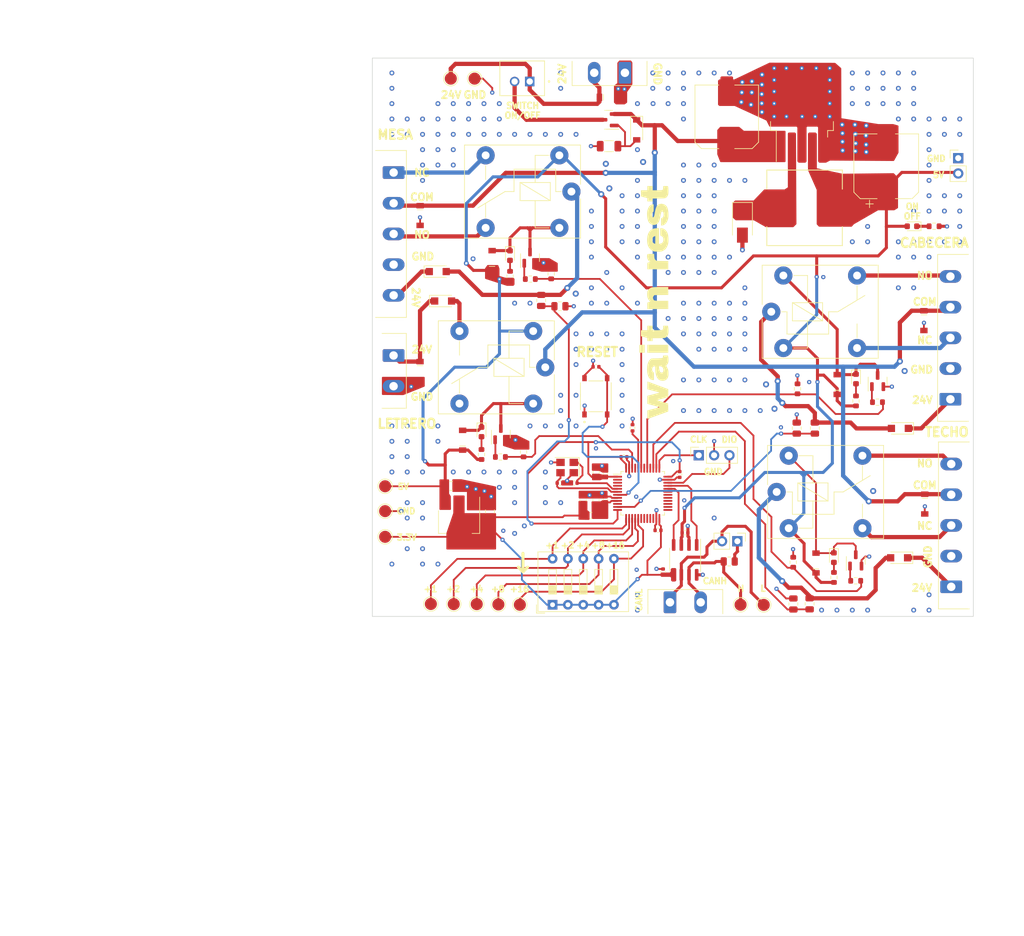
<source format=kicad_pcb>
(kicad_pcb (version 20221018) (generator pcbnew)
  (layers (0 "F.Cu" signal) (1 "In1.Cu" power) (2 "In2.Cu" power) (31 "B.Cu" signal) (34 "B.Paste" user) (35 "F.Paste" user) (36 "B.SilkS" user "B.Silkscreen") (37 "F.SilkS" user "F.Silkscreen") (38 "B.Mask" user) (39 "F.Mask" user) (44 "Edge.Cuts" user))
  (net 0 "")
  (net 1 "+24V")
  (net 2 "GND")
  (net 3 "Net-(D101-A)")
  (net 4 "+5V")
  (net 5 "+3V3")
  (net 6 "VDDA")
  (net 7 "/MCU/NRST")
  (net 8 "/MCU/HSE_IN")
  (net 9 "/MCU/HSE_OUT")
  (net 10 "/POWER/V_INPUT")
  (net 11 "Net-(D103-K)")
  (net 12 "24V_HEADBOARD")
  (net 13 "Net-(D203-A)")
  (net 14 "24V_TABLE")
  (net 15 "Net-(D207-A)")
  (net 16 "24V_CEILING")
  (net 17 "Net-(D211-A)")
  (net 18 "/RELAYS/24V_SIGN")
  (net 19 "Net-(D213-A)")
  (net 20 "/MCU/SCLK")
  (net 21 "/MCU/SWDIO")
  (net 22 "/MCU/CAN_5")
  (net 23 "/MCU/CAN_4")
  (net 24 "/MCU/CAN_3")
  (net 25 "/MCU/CAN_2")
  (net 26 "/MCU/CAN_1")
  (net 27 "/MCU/CANH_J")
  (net 28 "/MCU/CANL_J")
  (net 29 "Net-(D215-A)")
  (net 30 "Net-(J304-Pin_1)")
  (net 31 "Net-(Q200-B)")
  (net 32 "Net-(Q201-B)")
  (net 33 "Net-(Q202-B)")
  (net 34 "Net-(Q203-B)")
  (net 35 "R_HEADBOARD")
  (net 36 "R_TABLE")
  (net 37 "R_CEILING")
  (net 38 "R_SIGN")
  (net 39 "/MCU/BOOT0")
  (net 40 "/MCU/ADC_HEADBOARD")
  (net 41 "/MCU/ADC_TABLE")
  (net 42 "/MCU/ADC_CEILING")
  (net 57 "/MCU/CAN_RX")
  (net 58 "/MCU/CAN_TX")
  (net 61 "/POWER/switch")
  (net 62 "/POWER/V_INDUCTOR")
  (net 63 "/RELAYS/SW_H_NO")
  (net 64 "/RELAYS/SW_H_NC")
  (net 65 "/RELAYS/SW_T_NO")
  (net 66 "/RELAYS/SW_T_NC")
  (net 67 "/RELAYS/SW_C_NO")
  (net 68 "/RELAYS/SW_C_NC")
  (net 69 "/RELAYS/COIL_H_2")
  (net 70 "/RELAYS/COIL_T_2")
  (net 71 "/RELAYS/COIL_C_2")
  (net 72 "/RELAYS/COIL_S_2")
  (net 77 "/RELAYS/24v_headboard")
  (net 78 "/RELAYS/24v_table")
  (net 79 "/RELAYS/24v_ceiling")
  (footprint "Resistor_SMD:R_0805_2012Metric" (layer "F.Cu") (at 176.6824 99.4156 -90)
    (fp_text reference "R301" hide)
    (fp_text value "33k")
  )
  (footprint "Resistor_SMD:R_0805_2012Metric" (layer "F.Cu") (at 131.3942 78.2828 -90)
    (fp_text reference "R303" hide)
    (fp_text value "33k")
  )
  (footprint "Package_TO_SOT_SMD:SOT-23" (layer "F.Cu") (at 183.452 121.3104 90)
    (fp_text reference "Q202" hide)
    (fp_text value "MMBT3904")
  )
  (footprint "Package_QFP:LQFP-48_7x7mm_P0.5mm" (layer "F.Cu") (at 148.1958 110.2106)
    (fp_text reference "U300" hide)
    (fp_text value "STM32F103C8Tx")
  )
  (footprint "Diode_SMD:Nexperia_CFP3_SOD-123W" (layer "F.Cu") (at 190.627 120.8786 180)
    (fp_text reference "D208" hide)
    (fp_text value "PROTECCION")
  )
  (footprint "Capacitor_SMD:C_0402_1005Metric" (layer "F.Cu") (at 136.8552 108.5088 180)
    (fp_text reference "C309" hide)
    (fp_text value "10p")
  )
  (footprint "Connector_Phoenix_MSTB:PhoenixContact_MSTBA_2,5_2-G-5,08_1x02_P5.08mm_Horizontal" (layer "F.Cu") (at 106.9602 87.4014 -90)
    (fp_text reference "J203" hide)
    (fp_text value "LED STRIP")
  )
  (footprint "Capacitor_SMD:C_0402_1005Metric" (layer "F.Cu") (at 142.0368 106.9594 90)
    (fp_text reference "C302" hide)
    (fp_text value "100n")
  )
  (footprint "Capacitor_SMD:C_0805_2012Metric" (layer "F.Cu") (at 116.459 108.9914)
    (fp_text reference "C104" hide)
    (fp_text value "10u")
  )
  (footprint "Jose_:SOD_123FL" (layer "F.Cu") (at 180.3776 92.202 90)
    (fp_text reference "D202" hide)
    (fp_text value "SM4007PL")
  )
  (footprint "TestPoint:TestPoint_Pad_D2.0mm" (layer "F.Cu") (at 164.3888 128.651)
    (fp_text reference "TP307" hide)
    (fp_text value "TestPoint")
  )
  (footprint "Resistor_SMD:R_0805_2012Metric" (layer "F.Cu") (at 173.6852 99.4156 90)
    (fp_text reference "R302" hide)
    (fp_text value "5.1k")
  )
  (footprint "Package_TO_SOT_SMD:SOT-23" (layer "F.Cu") (at 142.5448 48.387 180)
    (fp_text reference "Q100" hide)
    (fp_text value "WST4045")
  )
  (footprint "Resistor_SMD:R_0603_1608Metric" (layer "F.Cu") (at 173.101 121.6152 -90)
    (fp_text reference "R208" hide)
    (fp_text value "10K")
  )
  (footprint "Capacitor_SMD:C_0402_1005Metric" (layer "F.Cu") (at 150.7236 116.332 180)
    (fp_text reference "C301" hide)
    (fp_text value "100n")
  )
  (footprint "TestPoint:TestPoint_Pad_D2.0mm" (layer "F.Cu") (at 105.5624 117.4102 90)
    (fp_text reference "TP103" hide)
    (fp_text value "TestPoint")
  )
  (footprint "TestPoint:TestPoint_Pad_D2.0mm" (layer "F.Cu") (at 120.7262 128.5494)
    (fp_text reference "TP302" hide)
    (fp_text value "TestPoint")
  )
  (footprint "TestPoint:TestPoint_Pad_D2.0mm" (layer "F.Cu") (at 105.5624 109.0422 90)
    (fp_text reference "TP102" hide)
    (fp_text value "TestPoint")
  )
  (footprint "Relay_THT:Relay_SPDT_Finder_36.11" (layer "F.Cu") (at 136.398 60.2742 180)
    (fp_text reference "K201" hide)
    (fp_text value "RELAY_TABLE")
  )
  (footprint "Diode_SMD:D_SMA" (layer "F.Cu") (at 164.6936 65.4812 -90)
    (fp_text reference "D102" hide)
    (fp_text value "ss34")
  )
  (footprint "Capacitor_SMD:C_0603_1608Metric" (layer "F.Cu") (at 140.462 111.3282 90)
    (fp_text reference "C306" hide)
    (fp_text value "1u")
  )
  (footprint "TestPoint:TestPoint_Pad_D2.0mm" (layer "F.Cu") (at 113.1316 128.524)
    (fp_text reference "TP300" hide)
    (fp_text value "TestPoint")
  )
  (footprint "Resistor_SMD:R_0805_2012Metric" (layer "F.Cu") (at 173.1264 128.524 90)
    (fp_text reference "R306" hide)
    (fp_text value "5.1k")
  )
  (footprint "LOGO" (layer "F.Cu") (at 150.1394 78.613 90)
    (fp_text reference "G***" hide)
    (fp_text value "LOGO" hide)
  )
  (footprint "Resistor_SMD:R_0805_2012Metric" (layer "F.Cu") (at 175.8188 128.4986 -90)
    (fp_text reference "R305" hide)
    (fp_text value "33k")
  )
  (footprint "Package_TO_SOT_SMD:TO-263-5_TabPin3" (layer "F.Cu") (at 174.5488 47.2186 90)
    (fp_text reference "U100" hide)
    (fp_text value "LM2596S-5")
  )
  (footprint "Capacitor_SMD:CP_Elec_10x10.5" (layer "F.Cu") (at 188.4934 56.0832 90)
    (fp_text reference "C103" hide)
    (fp_text value "220u")
  )
  (footprint "Connector_PinHeader_2.54mm:PinHeader_1x02_P2.54mm_Vertical" (layer "F.Cu") (at 200.406 54.737)
    (fp_text reference "J103" hide)
    (fp_text value "FAN VOLTAGE")
  )
  (footprint "Inductor_SMD:SMD_12.3X12.3mm" (layer "F.Cu") (at 174.9806 62.9666)
    (fp_text reference "L101" hide)
    (fp_text value "68u" hide)
  )
  (footprint "Capacitor_SMD:C_0402_1005Metric" (layer "F.Cu") (at 145.0848 104.1908)
    (fp_text reference "C304" hide)
    (fp_text value "100n")
  )
  (footprint "Capacitor_SMD:C_0402_1005Metric" (layer "F.Cu") (at 134.5184 108.5088)
    (fp_text reference "C310" hide)
    (fp_text value "10p")
  )
  (footprint "Jose_:SOD_123FL" (layer "F.Cu") (at 194.8688 111.9886 -90)
    (fp_text reference "D209" hide)
    (fp_text value "SMF24A-TP")
  )
  (footprint "Jose_:SOD_123FL" (layer "F.Cu") (at 194.7286 81.6262 -90)
    (fp_text reference "D201" hide)
    (fp_text value "SMF24A-TP")
  )
  (footprint "Resistor_SMD:R_0603_1608Metric" (layer "F.Cu") (at 129.5908 74.7522 180)
    (fp_text reference "R204" hide)
    (fp_text value "1K")
  )
  (footprint "Package_TO_SOT_SMD:SOT-223-3_TabPin2" (layer "F.Cu") (at 117.8052 114.935 -90)
    (fp_text reference "U101" hide)
    (fp_text value "AMS1117-3.3")
  )
  (footprint "TestPoint:TestPoint_Pad_D2.0mm" (layer "F.Cu") (at 120.3706 41.5798)
    (fp_text reference "TP101" hide)
    (fp_text value "TestPoint")
  )
  (footprint "Resistor_SMD:R_0603_1608Metric" (layer "F.Cu") (at 128.4732 103.3526 -90)
    (fp_text reference "R211" hide)
    (fp_text value "10K")
  )
  (footprint "Package_SO:SOIC-8_3.9x4.9mm_P1.27mm" (layer "F.Cu") (at 155.2174 121.223 -90)
    (fp_text reference "U301" hide)
    (fp_text value "MCP2562-E-SN")
  )
  (footprint "Diode_SMD:Nexperia_CFP3_SOD-123W" (layer "F.Cu") (at 190.754 99.4664 180)
    (fp_text reference "D200" hide)
    (fp_text value "PROTECCION")
  )
  (footprint "Resistor_SMD:R_0805_2012Metric" (layer "F.Cu") (at 162.5092 121.4882)
    (fp_text reference "R308" hide)
    (fp_text value "120")
  )
  (footprint "Capacitor_SMD:C_0402_1005Metric" (layer "F.Cu") (at 154.305 107.0864 -90)
    (fp_text reference "C303" hide)
    (fp_text value "100n")
  )
  (footprint "Jose_:SOD_123FL" (layer "F.Cu") (at 118.3894 101.4222 90)
    (fp_text reference "D214" hide)
    (fp_text value "SM4007PL")
  )
  (footprint "Capacitor_SMD:C_0603_1608Metric" (layer "F.Cu") (at 140.4874 106.7308 90)
    (fp_text reference "C300" hide)
    (fp_text value "10u")
  )
  (footprint "Resistor_SMD:R_0603_1608Metric" (layer "F.Cu") (at 133.0452 73.8886 -90)
    (fp_text reference "R205" hide)
    (fp_text value "10K")
  )
  (footprint "Resistor_SMD:R_0805_2012Metric" (layer "F.Cu") (at 134.493 79.248)
    (fp_text reference "R304" hide)
    (fp_text value "5.1k")
  )
  (footprint "Resistor_SMD:R_0603_1608Metric" (layer "F.Cu") (at 173.8122 92.9151 -90)
    (fp_text reference "R202" hide)
    (fp_text value "10K")
  )
  (footprint "Connector_PinSocket_2.54mm:PinSocket_1x03_P2.54mm_Vertical" (layer "F.Cu") (at 157.4696 103.9118 90)
    (fp_text reference "J300" hide)
    (fp_text value "Serial Wire Debug")
  )
  (footprint "LED_SMD:LED_0603_1608Metric" (layer "F.Cu") (at 192.7606 66.0146 180)
    (fp_text reference "D103" hide)
    (fp_text value "GREEN")
  )
  (footprint "Capacitor_SMD:C_0603_1608Metric" (layer "F.Cu") (at 138.3284 111.3282 90)
    (fp_text reference "C307" hide)
    (fp_text value "1u")
  )
  (footprint "Resistor_SMD:R_0603_1608Metric" (layer "F.Cu") (at 183.4896 94.9198 -90)
    (fp_text reference "R200" hide)
    (fp_text value "1k")
  )
  (footprint "Connector_Phoenix_MSTB:PhoenixContact_MSTBA_2,5_5-G-5,08_1x05_P5.08mm_Horizontal" (layer "F.Cu") (at 199.2508 125.6792 90)
    (fp_text reference "J202" hide)
    (fp_text value "LIGHT SWITCH & LED STRIP")
  )
  (footprint "Diode_SMD:Nexperia_CFP3_SOD-123W" (layer "F.Cu") (at 115.1636 78.3844)
    (fp_text reference "D213" hide)
    (fp_text value "PROTECCION")
  )
  (footprint "TestPoint:TestPoint_Pad_D2.0mm" (layer "F.Cu") (at 116.9162 128.5494)
    (fp_text reference "TP301" hide)
    (fp_text value "TestPoint")
  )
  (footprint "Resistor_SMD:R_0603_1608Metric" (layer "F.Cu") (at 121.5136 103.7844 -90)
    (fp_text reference "R209" hide)
    (fp_text value "1k")
  )
  (footprint "Capacitor_SMD:C_Elec_10x10.2" (layer "F.Cu") (at 162.1028 47.9044 90)
    (fp_text reference "C102" hide)
    (fp_text value "330u")
  )
  (footprint "Resistor_SMD:R_0603_1608Metric" (layer "F.Cu") (at 124.6378 104.1908 180)
    (fp_text reference "R210" hide)
    (fp_text value "1K")
  )
  (footprint "Capacitor_SMD:C_0402_1005Metric" (layer "F.Cu") (at 151.5618 123.2154 90)
    (fp_text reference "C311" hide)
    (fp_text value "100n")
  )
  (footprint "Connector_Phoenix_MSTB:PhoenixContact_MSTBA_2,5_2-G-5,08_1x02_P5.08mm_Horizontal" (layer "F.Cu") (at 145.2494 40.6146 180)
    (fp_text reference "J100" hide)
    (fp_text value "VCC INPUT")
  )
  (footprint "Inductor_SMD:L_0603_1608Metric" (layer "F.Cu") (at 139.6238 113.8936 180)
    (fp_text reference "L300" hide)
    (fp_text value "10n")
  )
  (footprint "Package_TO_SOT_SMD:SOT-23" (layer "F.Cu") (at 187.071 91.6178 90)
    (fp_text reference "Q200" hide)
    (fp_text value "MMBT3904")
  )
  (footprint "Jose_:SOD_123FL" (layer "F.Cu") (at 111.3536 64.2366 -90)
    (fp_text reference "D205" hide)
    (fp_text value "SMF24A-TP")
  )
  (footprint "Connector_Phoenix_MSTB:PhoenixContact_MSTBA_2,5_2-G-5,08_1x02_P5.08mm_Horizontal" (layer "F.Cu") (at 152.7048 128.2446)
    (fp_text reference "J302" hide)
    (fp_text value "CAN_INPUT")
  )
  (footprint "Diode_SMD:D_SOD-123" (layer "F.Cu") (at 147.193 50.0634 -90)
    (fp_text reference "D101" hide)
    (fp_text value "MMSZ4697T1G")
  )
  (footprint "Relay_THT:Relay_SPDT_Finder_36.11" (layer "F.Cu") (at 132.0668 89.3572 180)
    (fp_text reference "K203" hide)
    (fp_text value "RELAY_SIGN")
  )
  (footprint "Diode_SMD:Nexperia_CFP3_SOD-123W" (layer "F.Cu") (at 114.2746 73.5076)
    (fp_text reference "D204" hide)
    (fp_text value "PROTECCION")
  )
  (footprint "Connector_Phoenix_MSTB:PhoenixContact_MSTBA_2,5_5-G-5,08_1x05_P5.08mm_Horizontal" (layer "F.Cu") (at 199.1106 94.6404 90)
    (fp_text reference "J200" hide)
    (fp_text value "LIGHT SWITCH & LED STRIP")
  )
  (footprint "Jose_:SOD_123FL" (layer "F.Cu") (at 111.3404 90.043 -90)
    (fp_text reference "D212" hide)
    (fp_text value "SMF24A-TP")
  )
  (footprint "Resistor_SMD:R_0603_1608Metric" (layer "F.Cu") (at 187.0456 95.123 180)
    (fp_text reference "R201" hide)
    (fp_text value "1K")
  )
  (footprint "Capacitor_SMD:C_0805_2012Metric" (layer "F.Cu") (at 122.9106 113.2078 90)
    (fp_text reference "C105" hide)
    (fp_text value "10u")
  )
  (footprint "LED_SMD:LED_0603_1608Metric" (layer "F.Cu") (at 183.4896 91.2876 -90)
    (fp_text reference "D203" hide)
    (fp_text value "LED_HEADBOARD")
  )
  (footprint "Resistor_SMD:R_0603_1608Metric" (layer "F.Cu") (at 126.238 74.295 -90)
    (fp_text reference "R203" hide)
    (fp_text value "1k")
  )
  (footprint "Capacitor_SMD:C_0402_1005Metric" (layer "F.Cu") (at 155.192 116.7272)
    (fp_text reference "C312" hide)
    (fp_text value "100n")
  )
  (footprint "TestPoint:TestPoint_Pad_D2.0mm" (layer "F.Cu") (at 168.2242 128.6764)
    (fp_text reference "TP308" hide)
    (fp_text value "TestPoint")
  )
  (footprint "Relay_THT:Relay_SPDT_Finder_36.11" (layer "F.Cu") (at 170.3596 109.982)
    (fp_text reference "K202" hide)
    (fp_text value "RELAY_CEILING")
  )
  (footprint "Connector_PinHeader_2.54mm:PinHeader_1x02_P2.54mm_Vertical" (layer "F.Cu") (at 163.8604 118.1354 -90)
    (fp_text reference "J304" hide)
    (fp_text value "JUMPER_CANL")
  )
  (footprint "Package_TO_SOT_SMD:SOT-23" (layer "F.Cu") (at 124.714 100.4062 90)
    (fp_text reference "Q203" hide)
    (fp_text value "MMBT3904")
  )
  (footprint "MountingHole:MountingHole_3.2mm_M3" (layer "F.Cu") (at 107.5436 126.3904)
    (fp_text reference "H3" hide)
    (fp_text value "MountingHole")
  )
  (footprint "Jose_:SOD_123FL" (layer "F.Cu") (at 123.2662 71.6788 90)
    (fp_text reference "D206" hide)
    (fp_text value "SM4007PL")
  )
  (footprint "B2B-XH-A:JST_B2B-XH-A_LF__SN_" (layer "F.Cu") (at 128.2446 41.529)
    (fp_text reference "J101" hide)
    (fp_text value "SWITCH ON/OFF")
  )
  (footprint "MountingHole:MountingHole_3.2mm_M3" (layer "F.Cu") (at 110.998 43.18)
    (fp_text reference "H4" hide)
    (fp_text value "MountingHole")
  )
  (footprint "Capacitor_SMD:C_0402_1005Metric" (layer "F.Cu") (at 142.0368 111.2266 90)
    (fp_text reference "C305" hide)
    (fp_text value "10n")
  )
  (footprint "LED_SMD:LED_0603_1608Metric" (layer "F.Cu") (at 126.2248 70.866 -90)
    (fp_text reference "D207" hide)
    (fp_text value "LED_TABLE")
  )
  (footprint "TestPoint:TestPoint_Pad_D2.0mm" (layer "F.Cu") (at 116.4336 41.5798)
    (fp_text reference "TP100" hide)
    (fp_text value "TestPoint")
  )
  (footprint "TestPoint:TestPoint_Pad_D2.0mm" (layer "F.Cu") (at 105.5624 113.157 90)
    (fp_text reference "TP104" hide)
    (fp_text value "TestPoint")
  )
  (footprint "TestPoint:TestPoint_Pad_D2.0mm" (layer "F.Cu") (at 124.3076 128.6002)
    (fp_text reference "TP303" hide)
    (fp_text value "TestPoint")
  )
  (footprint "LED_SMD:LED_0603_1608Metric" (layer "F.Cu") (at 179.83 120.8509 -90)
    (fp_text reference "D211" hide)
    (fp_text value "LED_TABLE")
  )
  (footprint "Capacitor_SMD:C_0402_1005Metric" (layer "F.Cu") (at 140.4574 89.2723 180)
    (fp_text reference "C308" hide)
    (fp_text value "100n")
  )
  (footprint "Connector_Phoenix_MSTB:PhoenixContact_MSTBA_2,5_5-G-5,08_1x05_P5.08mm_Horizontal" (layer "F.Cu") (at 106.9716 57.1246 -90)
    (fp_text reference "J201" hide)
    (fp_text value "LIGHT SWITCH & LED STRIP")
  )
  (footprint "Resistor_SMD:R_0402_1005Metric" (layer "F.Cu") (at 146.5072 99.3648 90)
    (fp_text reference "R300" hide)
    (fp_text value "10k")
  )
  (footprint "Jose_:SOD_123FL" (layer "F.Cu") (at 176.8714 121.7399 90)
    (fp_text reference "D210" hide)
    (fp_text value "SM4007PL")
  )
  (footprint "Resistor_SMD:R_0603_1608Metric" (layer "F.Cu") (at 196.4182 66.0146 180)
    (fp_text reference "R101" hide)
    (fp_text value "1k")
  )
  (footprint "TestPoint:TestPoint_Pad_D2.0mm" (layer "F.Cu") (at 127.8636 128.651)
    (fp_text reference "TP304" hide)
    (fp_text value "TestPoint")
  )
  (footprint "Crystal:Crystal_SMD_3225-4Pin_3.2x2.5mm" (layer "F.Cu") (at 135.6868 105.9434 180)
    (fp_text reference "Y300" hide)
    (fp_text value "16MHz")
  )
  (footprint "MountingHole:MountingHole_3.2mm_M3" (layer "F.Cu") (at 189.5856 126.6698)
    (fp_text reference "H1" hide)
    (fp_text value "MountingHole")
  )
  (footprint "MountingHole:MountingHole_3.2mm_M3" (layer "F.Cu") (at 198.882 43.18)
    (fp_text reference "H2" hide)
    (fp_text value "MountingHole")
  )
  (footprint "Jose_:SWITCH_SMD" (layer "F.Cu") (at 140.432 94.155 90)
    (fp_text reference "S300" hide)
    (fp_text value "TS-1187A-B-A-B")
  )
  (footprint "Button_Switch_THT:SW_DIP_SPSTx05_Slide_9.78x14.88mm_W7.62mm_P2.54mm" (layer "F.Cu") (at 133.2738 128.651 90)
    (fp_text reference "J301" hide)
    (fp_text value "CAN_ID_CONFIG")
  )
  (footprint "Package_TO_SOT_SMD:SOT-23" (layer "F.Cu") (at 129.54 71.1962 90)
    (fp_text reference "Q201" hide)
    (fp_text value "MMBT3904")
  )
  (footprint "Relay_THT:Relay_SPDT_Finder_36.11" (layer "F.Cu") (at 169.4688 80.1624)
    (fp_text reference "K200" hide)
    (fp_text value "RELAY_HEADBOARD")
  )
  (footprint "Jose_:SOD_123FL" (layer "F.Cu") (at 142.6586 44.6786)
    (fp_text reference "D100" hide)
    (fp_text value "SMF24A-TP")
  )
  (footprint "Resistor_SMD:R_1206_3216Metric" (layer "F.Cu") (at 142.621 52.7558 180)
    (fp_text reference "R100" hide)
    (fp_text value "100K")
  )
  (footprint "LED_SMD:LED_0603_1608Metric" (layer "F.Cu") (at 121.5136 100.0506 -90)
    (fp_text reference "D215" hide)
    (fp_text value "LED_TABLE")
  )
  (footprint "Resistor_SMD:R_0603_1608Metric" (layer "F.Cu") (at 179.8422 124.1275 -90)
    (fp_text reference "R206" hide)
    (fp_text value "1k")
  )
  (footprint "Resistor_SMD:R_0603_1608Metric" (layer "F.Cu") (at 183.4388 124.6886 180)
    (fp_text reference "R207" hide)
    (fp_text value "1K")
  )
  (gr_rect (start 103.441 38.1762) (end 202.9074 130.5814) (stroke (width 0.1)) (fill none) (layer "Edge.Cuts"))
  (gr_text "+2\n\n" (at 135.763 119.6086) (layer "F.SilkS") (effects (font (size 1 1) (thickness 0.25))))
  (gr_text "CABECERA" (at 196.4436 68.7578) (layer "F.SilkS") (effects (font (size 1.5 1.5) (thickness 0.375))))
  (gr_text "CANL" (at 147.574 127.889 90) (layer "F.SilkS") (effects (font (size 1 1) (thickness 0.25))))
  (gr_text "GND" (at 109.0168 113.157) (layer "F.SilkS") (effects (font (size 1 1) (thickness 0.25))))
  (gr_text "CANH\n" (at 160.147 124.714) (layer "F.SilkS") (effects (font (size 1 1) (thickness 0.25))))
  (gr_text "24V" (at 194.4878 94.7674) (layer "F.SilkS") (effects (font (size 1.2 1.2) (thickness 0.3))))
  (gr_text "H\n" (at 164.4396 125.984) (layer "F.SilkS") (effects (font (size 1 1) (thickness 0.25))))
  (gr_text "ON\nOFF" (at 192.8114 63.5508) (layer "F.SilkS") (effects (font (size 1 1) (thickness 0.25))))
  (gr_text "NO" (at 111.6584 67.437) (layer "F.SilkS") (effects (font (size 1.2 1.2) (thickness 0.3))))
  (gr_text "GND" (at 159.8676 106.6546) (layer "F.SilkS") (effects (font (size 1 1) (thickness 0.25))))
  (gr_text "24V" (at 111.6584 86.4108) (layer "F.SilkS") (effects (font (size 1.2 1.2) (thickness 0.3))))
  (gr_text "NO" (at 194.8688 105.2576) (layer "F.SilkS") (effects (font (size 1.2 1.2) (thickness 0.3))))
  (gr_text "GND" (at 196.7738 54.8132) (layer "F.SilkS") (effects (font (size 1 1) (thickness 0.25))))
  (gr_text "L" (at 168.0972 125.9586) (layer "F.SilkS") (effects (font (size 1 1) (thickness 0.25))))
  (gr_text "LETRERO" (at 109.167371 98.7044) (layer "F.SilkS") (effects (font (size 1.5 1.5) (thickness 0.375))))
  (gr_text "CLK" (at 157.4546 101.2952) (layer "F.SilkS") (effects (font (size 1 1) (thickness 0.25))))
  (gr_text "NC" (at 194.8688 115.5954) (layer "F.SilkS") (effects (font (size 1.2 1.2) (thickness 0.3))))
  (gr_text "24V" (at 134.874 40.7924 90) (layer "F.SilkS") (effects (font (size 1.2 1.2) (thickness 0.3))))
  (gr_text "5V" (at 108.585 109.093) (layer "F.SilkS") (effects (font (size 1 1) (thickness 0.25))))
  (gr_text "24V" (at 194.4116 125.857) (layer "F.SilkS") (effects (font (size 1.2 1.2) (thickness 0.3))))
  (gr_text "+16\n\n" (at 127.8128 126.8476) (layer "F.SilkS") (effects (font (size 1 1) (thickness 0.25))))
  (gr_text "GND" (at 194.3608 89.7382) (layer "F.SilkS") (effects (font (size 1.2 1.2) (thickness 0.3))))
  (gr_text "+4\n\n" (at 138.3284 119.6086) (layer "F.SilkS") (effects (font (size 1 1) (thickness 0.25))))
  (gr_text "GND" (at 111.8108 71.0184) (layer "F.SilkS") (effects (font (size 1.2 1.2) (thickness 0.3))))
  (gr_text "GND" (at 111.6584 94.234) (layer "F.SilkS") (effects (font (size 1.2 1.2) (thickness 0.3))))
  (gr_text "NC" (at 111.6584 57.15) (layer "F.SilkS") (effects (font (size 1.2 1.2) (thickness 0.3))))
  (gr_text "+4\n\n" (at 120.7008 126.8476) (layer "F.SilkS") (effects (font (size 1 1) (thickness 0.25))))
  (gr_text "GND" (at 150.6474 40.7924 270) (layer "F.SilkS") (effects (font (size 1.2 1.2) (thickness 0.3))))
  (gr_text "+2\n\n" (at 116.84 126.8476) (layer "F.SilkS") (effects (font (size 1 1) (thickness 0.25))))
  (gr_text "→" (at 128.6764 121.666 270) (layer "F.SilkS") (effects (font (size 4 4) (thickness 0.5))))
  (gr_text "COM" (at 194.8688 78.5114) (layer "F.SilkS") (effects (font (size 1.2 1.2) (thickness 0.3))))
  (gr_text "MESA\n" (at 107.2388 50.8508) (layer "F.SilkS") (effects (font (size 1.5 1.5) (thickness 0.375))))
  (gr_text "GND" (at 195.4022 120.7008 90) (layer "F.SilkS") (effects (font (size 1.2 1.2) (thickness 0.3))))
  (gr_text "NO" (at 194.8688 74.1934) (layer "F.SilkS") (effects (font (size 1.2 1.2) (thickness 0.3))))
  (gr_text "+8\n\n" (at 124.2314 126.8476) (layer "F.SilkS") (effects (font (size 1 1) (thickness 0.25))))
  (gr_text "3.3V" (at 109.1438 117.5004) (layer "F.SilkS") (effects (font (size 1 1) (thickness 0.25))))
  (gr_text "24V" (at 110.6424 77.8002 -90) (layer "F.SilkS") (effects (font (size 1.2 1.2) (thickness 0.3))))
  (gr_text "SWITCH\nON/OFF" (at 128.3208 46.863) (layer "F.SilkS") (effects (font (size 1 1) (thickness 0.25))))
  (gr_text "+16\n\n" (at 143.637 119.6086) (layer "F.SilkS") (effects (font (size 1 1) (thickness 0.25))))
  (gr_text "RESET" (at 140.6652 86.8172) (layer "F.SilkS") (effects (font (size 1.5 1.5) (thickness 0.375))))
  (gr_text "+1\n\n" (at 133.223 119.6086) (layer "F.SilkS") (effects (font (size 1 1) (thickness 0.25))))
  (gr_text "24V" (at 116.4844 44.2722) (layer "F.SilkS") (effects (font (size 1.2 1.2) (thickness 0.3))))
  (gr_text "NC" (at 194.8688 84.8868) (layer "F.SilkS") (effects (font (size 1.2 1.2) (thickness 0.3))))
  (gr_text "DIO" (at 162.5346 101.3206) (layer "F.SilkS") (effects (font (size 1 1) (thickness 0.25))))
  (gr_text "+1\n\n" (at 113.0808 126.8476) (layer "F.SilkS") (effects (font (size 1 1) (thickness 0.25))))
  (gr_text "GND" (at 120.4214 44.2722) (layer "F.SilkS") (effects (font (size 1.2 1.2) (thickness 0.3))))
  (gr_text "5V" (at 197.1548 57.5056) (layer "F.SilkS") (effects (font (size 1 1) (thickness 0.25))))
  (gr_text "TECHO" (at 198.515028 100.076) (layer "F.SilkS") (effects (font (size 1.5 1.5) (thickness 0.375))))
  (gr_text "+8\n\n" (at 140.8176 119.6086) (layer "F.SilkS") (effects (font (size 1 1) (thickness 0.25))))
  (gr_text "COM" (at 194.8688 108.8644) (layer "F.SilkS") (effects (font (size 1.2 1.2) (thickness 0.3))))
  (gr_text "COM" (at 111.6584 61.1886) (layer "F.SilkS") (effects (font (size 1.2 1.2) (thickness 0.3))))
  (segment (start 194.7286 79.9912) (end 198.5198 79.9912) (width 0.7) (layer "F.Cu") (net 1))
  (segment (start 147.193 48.4134) (end 148.081 49.3014) (width 0.7) (layer "F.Cu") (net 1))
  (segment (start 150.1648 49.3014) (end 151.384 49.3014) (width 0.7) (layer "F.Cu") (net 1))
  (segment (start 190.3984 111.5314) (end 191.5762 110.3536) (width 0.7) (layer "F.Cu") (net 1))
  (segment (start 120.1006 62.6016) (end 125.5268 57.1754) (width 0.7) (layer "F.Cu") (net 1))
  (segment (start 148.081 49.3014) (end 150.1648 49.3014) (width 0.7) (layer "F.Cu") (net 1))
  (segment (start 111.3536 62.6016) (end 120.1006 62.6016) (width 0.7) (layer "F.Cu") (net 1))
  (segment (start 150.1902 49.3268) (end 150.1648 49.3014) (width 0.7) (layer "F.Cu") (net 1))
  (segment (start 107.3686 62.6016) (end 111.3536 62.6016) (width 0.7) (layer "F.Cu") (net 1))
  (segment (start 199.1652 110.3536) (end 199.2508 110.4392) (width 0.7) (layer "F.Cu") (net 1))
  (segment (start 143.4823 47.437) (end 146.2166 47.437) (width 0.7) (layer "F.Cu") (net 1))
  (segment (start 151.384 49.3014) (end 153.987 51.9044) (width 0.7) (layer "F.Cu") (net 1))
  (segment (start 192.7032 79.9912) (end 194.7286 79.9912) (width 0.7) (layer "F.Cu") (net 1))
  (segment (start 194.8688 110.3536) (end 199.1652 110.3536) (width 0.7) (layer "F.Cu") (net 1))
  (segment (start 198.5198 79.9912) (end 199.1106 79.4004) (width 0.7) (layer "F.Cu") (net 1))
  (segment (start 185.5978 111.5314) (end 190.3984 111.5314) (width 0.7) (layer "F.Cu") (net 1))
  (segment (start 125.5268 57.1754) (end 142.0622 57.1754) (width 0.7) (layer "F.Cu") (net 1))
  (segment (start 106.9716 62.2046) (end 107.3686 62.6016) (width 0.7) (layer "F.Cu") (net 1))
  (segment (start 194.7254 79.9944) (end 194.7286 79.9912) (width 0.7) (layer "F.Cu") (net 1))
  (segment (start 190.754 88.3666) (end 190.754 81.9404) (width 0.7) (layer "F.Cu") (net 1))
  (segment (start 191.5762 110.3536) (end 194.8688 110.3536) (width 0.7) (layer "F.Cu") (net 1))
  (segment (start 190.754 81.9404) (end 192.7032 79.9912) (width 0.7) (layer "F.Cu") (net 1))
  (segment (start 150.1902 53.8226) (end 150.1902 49.3268) (width 0.7) (layer "F.Cu") (net 1))
  (segment (start 153.987 51.9044) (end 162.1028 51.9044) (width 0.7) (layer "F.Cu") (net 1))
  (segment (start 146.2166 47.437) (end 147.193 48.4134) (width 0.7) (layer "F.Cu") (net 1))
  (via (at 142.0622 57.1754) (size 1) (drill 0.5) (layers "F.Cu" "B.Cu") (net 1))
  (via (at 150.1902 53.8226) (size 1) (drill 0.5) (layers "F.Cu" "B.Cu") (net 1))
  (via (at 185.5978 111.5314) (size 1) (drill 0.5) (layers "F.Cu" "B.Cu") (net 1))
  (via (at 190.754 88.3666) (size 1) (drill 0.5) (layers "F.Cu" "B.Cu") (net 1))
  (segment (start 150.0886 57.1754) (end 150.1902 57.0738) (width 0.7) (layer "B.Cu") (net 1))
  (segment (start 181.356 89.2556) (end 181.356 107.2896) (width 0.7) (layer "B.Cu") (net 1))
  (segment (start 181.356 89.2556) (end 156.6672 89.2556) (width 0.7) (layer "B.Cu") (net 1))
  (segment (start 181.356 89.2556) (end 189.865 89.2556) (width 0.7) (layer "B.Cu") (net 1))
  (segment (start 156.6672 89.2556) (end 150.1902 82.7786) (width 0.7) (layer "B.Cu") (net 1))
  (segment (start 189.865 89.2556) (end 190.754 88.3666) (width 0.7) (layer "B.Cu") (net 1))
  (segment (start 132.0668 86.3732) (end 132.0668 89.3572) (width 0.7) (layer "B.Cu") (net 1))
  (segment (start 150.1902 80.264) (end 138.176 80.264) (width 0.7) (layer "B.Cu") (net 1))
  (segment (start 150.1902 57.0738) (end 150.1902 53.8226) (width 0.7) (layer "B.Cu") (net 1))
  (segment (start 181.356 107.2896) (end 185.5978 111.5314) (width 0.7) (layer "B.Cu") (net 1))
  (segment (start 138.176 80.264) (end 132.0668 86.3732) (width 0.7) (layer "B.Cu") (net 1))
  (segment (start 150.1902 82.7786) (end 150.1902 80.264) (width 0.7) (layer "B.Cu") (net 1))
  (segment (start 142.0622 57.1754) (end 150.0886 57.1754) (width 0.7) (layer "B.Cu") (net 1))
  (segment (start 150.1902 80.264) (end 150.1902 57.5056) (width 0.7) (layer "B.Cu") (net 1))
  (segment (start 150.1902 57.5056) (end 150.1902 57.0738) (width 0.7) (layer "B.Cu") (net 1))
  (segment (start 152.3583 107.9606) (end 151.039 107.9606) (width 0.3) (layer "F.Cu") (net 2))
  (segment (start 170.3324 126.0094) (end 171.9345 127.6115) (width 0.3) (layer "F.Cu") (net 2))
  (segment (start 173.101 119.4816) (end 173.101 120.7027) (width 0.3) (layer "F.Cu") (net 2))
  (segment (start 108.2294 113.157) (end 108.2548 113.1316) (width 0.3) (layer "F.Cu") (net 2))
  (segment (start 150.4976 122.7354) (end 150.4696 122.7074) (width 0.3) (layer "F.Cu") (net 2))
  (segment (start 111.3536 65.8716) (end 111.3536 64.5554) (width 0.3) (layer "F.Cu") (net 2))
  (segment (start 145.9458 106.0481) (end 145.9458 107.3632) (width 0.3) (layer "F.Cu") (net 2))
  (segment (start 189.4332 92.5576) (end 188.0233 92.5576) (width 0.3) (layer "F.Cu") (net 2))
  (segment (start 138.557 90.6927) (end 139.9774 89.2723) (width 0.3) (layer "F.Cu") (net 2))
  (segment (start 150.4458 115.3144) (end 150.2436 115.5166) (width 0.3) (layer "F.Cu") (net 2))
  (segment (start 160.0096 103.9118) (end 160.0096 101.585) (width 0.29337) (layer "F.Cu") (net 2))
  (segment (start 155.672 117.321) (end 155.672 116.7272) (width 0.5) (layer "F.Cu") (net 2))
  (segment (start 150.4458 114.3731) (end 150.4458 113.0284) (width 0.3) (layer "F.Cu") (net 2))
  (segment (start 123.2916 43.1292) (end 123.2916 43.8912) (width 0.3) (layer "F.Cu") (net 2))
  (segment (start 145.9458 106.0481) (end 145.9458 105.0518) (width 0.3) (layer "F.Cu") (net 2))
  (segment (start 194.8688 112.395) (end 194.8942 112.3696) (width 0.3) (layer "F.Cu") (net 2))
  (segment (start 145.9458 105.0518) (end 145.5648 104.6708) (width 0.3) (layer "F.Cu") (net 2))
  (segment (start 138.557 95.7193) (end 138.5778 95.6985) (width 0.3) (layer "F.Cu") (net 2))
  (segment (start 188.0233 92.5576) (end 188.021 92.5553) (width 0.3) (layer "F.Cu") (net 2))
  (segment (start 194.8688 113.6236) (end 194.8688 112.395) (width 0.3) (layer "F.Cu") (net 2))
  (segment (start 184.402 122.2479) (end 184.402 121.287) (width 0.3) (layer "F.Cu") (net 2))
  (segment (start 185.0136 120.6754) (end 185.674 120.6754) (width 0.3) (layer "F.Cu") (net 2))
  (segment (start 194.7286 82.0044) (end 194.7418 81.9912) (width 0.3) (layer "F.Cu") (net 2))
  (segment (start 139.6238 52.7558) (end 141.1585 52.7558) (width 0.3) (layer "F.Cu") (net 2))
  (segment (start 120.3706 41.5798) (end 121.7422 41.5798) (width 0.3) (layer "F.Cu") (net 2))
  (segment (start 121.7422 41.5798) (end 123.2916 43.1292) (width 0.3) (layer "F.Cu") (net 2))
  (segment (start 153.8504 107.5664) (end 154.305 107.5664) (width 0.3) (layer "F.Cu") (net 2))
  (segment (start 158.115 123.698) (end 158.1262 123.6868) (width 0.5) (layer "F.Cu") (net 2))
  (segment (start 146.5326 98.8294) (end 146.5072 98.8548) (width 0.3) (layer "F.Cu") (net 2))
  (segment (start 151.5618 122.7354) (end 150.4976 122.7354) (width 0.3) (layer "F.Cu") (net 2))
  (segment (start 155.8524 117.5014) (end 155.672 117.321) (width 0.5) (layer "F.Cu") (net 2))
  (segment (start 150.4458 114.3731) (end 150.4458 115.3144) (width 0.3) (layer "F.Cu") (net 2))
  (segment (start 142.8776 110.7466) (end 142.0368 110.7466) (width 0.3) (layer "F.Cu") (net 2))
  (segment (start 173.6852 98.5031) (end 173.6852 97.155) (width 0.3) (layer "F.Cu") (net 2))
  (segment (start 105.5624 113.157) (end 108.2294 113.157) (width 0.3) (layer "F.Cu") (net 2))
  (segment (start 145.9458 107.3632) (end 145.9484 107.3658) (width 0.3) (layer "F.Cu") (net 2))
  (segment (start 171.9345 127.6115) (end 173.1264 127.6115) (width 0.3) (layer "F.Cu") (net 2))
  (segment (start 111.3536 64.5554) (end 111.3396 64.5414) (width 0.3) (layer "F.Cu") (net 2))
  (segment (start 155.672 115.6162) (end 155.6512 115.5954) (width 0.5) (layer "F.Cu") (net 2))
  (segment (start 145.5648 104.6708) (end 145.5648 104.1908) (width 0.3) (layer "F.Cu") (net 2))
  (segment (start 133.0316 105.0934) (end 133.0198 105.1052) (width 0.3) (layer "F.Cu") (net 2))
  (segment (start 153.4562 107.9606) (end 153.8504 107.5664) (width 0.3) (layer "F.Cu") (net 2))
  (segment (start 155.672 116.7272) (end 155.672 115.6162) (width 0.5) (layer "F.Cu") (net 2))
  (segment (start 173.8122 92.0026) (end 173.8122 90.7288) (width 0.3) (layer "F.Cu") (net 2))
  (segment (start 138.557 97.155) (end 138.557 95.7193) (width 0.3) (layer "F.Cu") (net 2))
  (segment (start 152.3583 107.9606) (end 153.4562 107.9606) (width 0.3) (layer "F.Cu") (net 2))
  (segment (start 150.4458 113.0284) (end 150.4696 113.0046) (width 0.3) (layer "F.Cu") (net 2))
  (segment (start 173.0756 119.4562) (end 173.101 119.4816) (width 0.3) (layer "F.Cu") (net 2))
  (segment (start 143.0916 110.9606) (end 142.8776 110.7466) (width 0.3) (layer "F.Cu") (net 2))
  (segment (start 197.2432 66.0146) (end 198.5264 66.0146) (width 0.5) (layer "F.Cu") (net 2))
  (segment (start 135.6868 107.8934) (end 136.7868 106.7934) (width 0.29337) (layer "F.Cu") (net 2))
  (segment (start 138.557 91.155) (end 138.557 90.6927) (width 0.3) (layer "F.Cu") (net 2))
  (segment (start 135.4055 79.248) (end 136.779 79.248) (width 0.3) (layer "F.Cu") (net 2))
  (segment (start 139.9774 89.2723) (end 139.9774 88.267) (width 0.3) (layer "F.Cu") (net 2))
  (segment (start 150.2436 115.5166) (end 150.2436 116.332) (width 0.3) (layer "F.Cu") (net 2))
  (segment (start 164.6936 67.4812) (end 164.6936 69.9516) (width 0.7) (layer "F.Cu") (net 2))
  (segment (start 144.0333 110.9606) (end 143.0916 110.9606) (width 0.3) (layer "F.Cu") (net 2))
  (segment (start 173.8122 90.7288) (end 173.7868 90.7034) (width 0.3) (layer "F.Cu") (net 2))
  (segment (start 139.9774 88.267) (end 139.9794 88.265) (width 0.3) (layer "F.Cu") (net 2))
  (segment (start 135.6868 108.1278) (end 135.6868 107.8934) (width 0.29337) (layer "F.Cu") (net 2))
  (segment (start 155.8524 118.748) (end 155.8524 117.5014) (width 0.5) (layer "F.Cu") (net 2))
  (segment (start 198.5264 66.0146) (end 198.5518 66.04) (width 0.5) (layer "F.Cu") (net 2))
  (segment (start 164.6936 69.9516) (end 164.6936 69.9262) (width 0.7) (layer "F.Cu") (net 2))
  (segment (start 134.5868 105.0934) (end 133.0316 105.0934) (width 0.3) (layer "F.Cu") (net 2))
  (segment (start 157.1224 123.698) (end 158.115 123.698) (width 0.5) (layer "F.Cu") (net 2))
  (segment (start 146.5326 97.8662) (end 146.5326 98.8294) (width 0.3) (layer "F.Cu") (net 2))
  (segment (start 151.039 107.9606) (end 151.0284 107.95) (width 0.3) (layer "F.Cu") (net 2))
  (segment (start 194.7286 83.2612) (end 194.7286 82.0044) (width 0.3) (layer "F.Cu") (net 2))
  (segment (start 184.402 121.287) (end 185.0136 120.6754) (width 0.3) (layer "F.Cu") (net 2))
  (segment (start 160.0096 101.585) (end 160.02 101.5746) (width 0.29337) (layer "F.Cu") (net 2))
  (via (at 193.04 68.58) (size 0.8) (drill 0.4) (layers "F.Cu" "B.Cu") (net 2))
  (via (at 127 106.68) (size 0.8) (drill 0.4) (layers "F.Cu" "B.Cu") (net 2))
  (via (at 179.1462 39.8526) (size 0.7) (drill 0.3) (layers "F.Cu" "B.Cu") (net 2))
  (via (at 157.48 40.64) (size 0.8) (drill 0.4) (layers "F.Cu" "B.Cu") (net 2))
  (via (at 147.32 45.72) (size 0.8) (drill 0.4) (layers "F.Cu" "B.Cu") (net 2))
  (via (at 160.02 96.52) (size 0.8) (drill 0.4) (layers "F.Cu" "B.Cu") (net 2))
  (via (at 200.66 68.58) (size 0.8) (drill 0.4) (layers "F.Cu" "B.Cu") (net 2))
  (via (at 140.462 102.7684) (size 0.7) (drill 0.3) (layers "F.Cu" "B.Cu") (net 2))
  (via (at 111.76 48.26) (size 0.8) (drill 0.4) (layers "F.Cu" "B.Cu") (net 2))
  (via (at 144.78 96.52) (size 0.8) (drill 0.4) (layers "F.Cu" "B.Cu") (net 2))
  (via (at 139.7 66.04) (size 0.8) (drill 0.4) (layers "F.Cu" "B.Cu") (net 2))
  (via (at 123.1138 110.744) (size 0.7) (drill 0.3) (layers "F.Cu" "B.Cu") (net 2))
  (via (at 154.94 43.18) (size 0.8) (drill 0.4) (layers "F.Cu" "B.Cu") (net 2))
  (via (at 187.96 45.72) (size 0.8) (drill 0.4) (layers "F.Cu" "B.Cu") (net 2))
  (via (at 157.48 96.52) (size 0.8) (drill 0.4) (layers "F.Cu" "B.Cu") (net 2))
  (via (at 152.4 45.72) (size 0.8) (drill 0.4) (layers "F.Cu" "B.Cu") (net 2))
  (via (at 154.94 71.12) (size 0.8) (drill 0.4) (layers "F.Cu" "B.Cu") (net 2))
  (via (at 106.68 101.6) (size 0.8) (drill 0.4) (layers "F.Cu" "B.Cu") (net 2))
  (via (at 128.6002 115.5954) (size 0.8) (drill 0.4) (layers "F.Cu" "B.Cu") (net 2))
  (via (at 142.24 78.74) (size 0.8) (drill 0.4) (layers "F.Cu" "B.Cu") (net 2))
  (via (at 134.62 99.06) (size 0.8) (drill 0.4) (layers "F.Cu" "B.Cu") (net 2))
  (via (at 160.02 91.44) (size 0.8) (drill 0.4) (layers "F.Cu" "B.Cu") (net 2))
  (via (at 147.32 60.96) (size 0.8) (drill 0.4) (layers "F.Cu" "B.Cu") (net 2))
  (via (at 138.5778 95.6985) (size 0.7) (drill 0.3) (layers "F.Cu" "B.Cu") (net 2))
  (via (at 179.1462 45.6946) (size 0.7) (drill 0.3) (layers "F.Cu" "B.Cu") (net 2))
  (via (at 173.7868 90.7034) (size 0.7) (drill 0.3) (layers "F.Cu" "B.Cu") (net 2))
  (via (at 129.54 50.8) (size 0.8) (drill 0.4) (layers "F.Cu" "B.Cu") (net 2))
  (via (at 198.5518 66.04) (size 0.7) (drill 0.3) (layers "F.Cu" "B.Cu") (net 2))
  (via (at 111.3396 64.5414) (size 0.7) (drill 0.3) (layers "F.Cu" "B.Cu") (net 2))
  (via (at 191.5414 89.9668) (size 1) (drill 0.5) (layers "F.Cu" "B.Cu") (net 2))
  (via (at 144.78 76.2) (size 0.8) (drill 0.4) (layers "F.Cu" "B.Cu") (net 2))
  (via (at 160.02 68.58) (size 0.8) (drill 0.4) (layers "F.Cu" "B.Cu") (net 2))
  (via (at 164.6936 69.9262) (size 0.8) (drill 0.4) (layers "F.Cu" "B.Cu") (net 2))
  (via (at 169.9514 45.6946) (size 0.7) (drill 0.3) (layers "F.Cu" "B.Cu") (net 2))
  (via (at 141.4526 110.1598) (size 0.7) (drill 0.3) (layers "F.Cu" "B.Cu") (net 2))
  (via (at 144.78 83.82) (size 0.8) (drill 0.4) (layers "F.Cu" "B.Cu") (net 2))
  (via (at 116.84 50.8) (size 0.8) (drill 0.4) (layers "F.Cu" "B.Cu") (net 2))
  (via (at 165.1 96.52) (size 0.8) (drill 0.4) (layers "F.Cu" "B.Cu") (net 2))
  (via (at 164.6682 42.164) (size 0.8) (drill 0.4) (layers "F.Cu" "B.Cu") (net 2))
  (via (at 111.76 111.76) (size 0.8) (drill 0.4) (layers "F.Cu" "B.Cu") (net 2))
  (via (at 139.7 68.58) (size 0.8) (drill 0.4) (layers "F.Cu" "B.Cu") (net 2))
  (via (at 183.3118 49.1998) (size 0.8) (drill 0.4) (layers "F.Cu" "B.Cu") (net 2))
  (via (at 193.04 40.64) (size 0.8) (drill 0.4) (layers "F.Cu" "B.Cu") (net 2))
  (via (at 154.94 58.42) (size 0.8) (drill 0.4) (layers "F.Cu" "B.Cu") (net 2))
  (via (at 166.116 45.8978) (size 0.8) (drill 0.4) (layers "F.Cu" "B.Cu") (net 2))
  (via (at 193.04 71.12) (size 0.8) (drill 0.4) (layers "F.Cu" "B.Cu") (net 2))
  (via (at 154.94 63.5) (size 0.8) (drill 0.4) (layers "F.Cu" "B.Cu") (net 2))
  (via (at 137.16 88.9) (size 0.8) (drill 0.4) (layers "F.Cu" "B.Cu") (net 2))
  (via (at 158.1262 123.6868) (size 0.7) (drill 0.3) (layers "F.Cu" "B.Cu") (net 2))
  (via (at 142.6718 59.7408) (size 1) (drill 0.5) (layers "F.Cu" "B.Cu") (net 2))
  (via (at 139.7 71.12) (size 0.8) (drill 0.4) (layers "F.Cu" "B.Cu") (net 2))
  (via (at 198.12 50.8) (size 0.8) (drill 0.4) (layers "F.Cu" "B.Cu") (net 2))
  (via (at 111.76 106.68) (size 0.8) (drill 0.4) (layers "F.Cu" "B.Cu") (net 2))
  (via (at 109.22 48.26) (size 0.8) (drill 0.4) (layers "F.Cu" "B.Cu") (net 2))
  (via (at 106.68 99.06) (size 0.8) (drill 0.4) (layers "F.Cu" "B.Cu") (net 2))
  (via (at 152.4 71.12) (size 0.8) (drill 0.4) (layers "F.Cu" "B.Cu") (net 2))
  (via (at 195.58 48.26) (size 0.8) (drill 0.4) (layers "F.Cu" "B.Cu") (net 2))
  (via (at 114.3 48.26) (size 0.8) (drill 0.4) (layers "F.Cu" "B.Cu") (net 2))
  (via (at 173.6852 97.155) (size 0.7) (drill 0.3) (layers "F.Cu" "B.Cu") (net 2))
  (via (at 111.76 121.92) (size 0.8) (drill 0.4) (layers "F.Cu" "B.Cu") (net 2))
  (via (at 164.592 43.8658) (size 0.8) (drill 0.4) (layers "F.Cu" "B.Cu") (net 2))
  (via (at 170.3324 126.0094) (size 0.7) (drill 0.3) (layers "F.Cu" "B.Cu") (net 2))
  (via (at 160.02 83.82) (size 0.8) (drill 0.4) (layers "F.Cu" "B.Cu") (net 2))
  (via (at 121.9962 109.8296) (size 0.7) (drill 0.3) (layers "F.Cu" "B.Cu") (net 2))
  (via (at 124.46 45.72) (size 0.8) (drill 0.4) (layers "F.Cu" "B.Cu") (net 2))
  (via (at 139.3952 110.5154) (size 0.7) (drill 0.3) (layers "F.Cu" "B.Cu") (net 2))
  (via (at 198.12 68.58) (size 0.8) (drill 0.4) (layers "F.Cu" "B.Cu") (net 2))
  (via (at 152.4 73.66) (size 0.8) (drill 0.4) (layers "F.Cu" "B.Cu") (net 2))
  (via (at 121.92 50.8) (size 0.8) (drill 0.4) (layers "F.Cu" "B.Cu") (net 2))
  (via (at 111.76 53.34) (size 0.8) (drill 0.4) (layers "F.Cu" "B.Cu") (net 2))
  (via (at 185.42 129.54) (size 0.8) (drill 0.4) (layers "F.Cu" "B.Cu") (net 2))
  (via (at 144.78 88.9) (size 0.8) (drill 0.4) (layers "F.Cu" "B.Cu") (net 2))
  (via (at 194.8942 112.3696) (size 0.7) (drill 0.3) (layers "F.Cu" "B.Cu") (net 2))
  (via (at 181.2544 50.6222) (size 0.8) (drill 0.4) (layers "F.Cu" "B.Cu") (net 2))
  (via (at 179.1462 47.8536) (size 0.7) (drill 0.3) (layers "F.Cu" "B.Cu") (net 2))
  (via (at 165.1 83.82) (size 0.8) (drill 0.4) (layers "F.Cu" "B.Cu") (net 2))
  (via (at 124.46 106.68) (size 0.8) (drill 0.4) (layers "F.Cu" "B.Cu") (net 2))
  (via (at 195.58 71.12) (size 0.8) (drill 0.4) (layers "F.Cu" "B.Cu") (net 2))
  (via (at 150.4696 122.7074) (size 0.7) (drill 0.3) (layers "F.Cu" "B.Cu") (net 2))
  (via (at 127 78.74) (size 0.8) (drill 0.4) (layers "F.Cu" "B.Cu") (net 2))
  (via (at 195.58 127) (size 0.8) (drill 0.4) (layers "F.Cu" "B.Cu") (net 2))
  (via (at 147.32 129.54) (size 0.8) (drill 0.4) (layers "F.Cu" "B.Cu") (net 2))
  (via (at 154.94 45.72) (size 0.8) (drill 0.4) (layers "F.Cu" "B.Cu") (net 2))
  (via (at 147.32 71.12) (size 0.8) (drill 0.4) (layers "F.Cu" "B.Cu") (net 2))
  (via (at 171.069 99.2886) (size 0.7) (drill 0.3) (layers "F.Cu" "B.Cu") (net 2))
  (via (at 162.56 83.82) (size 0.8) (drill 0.4) (layers "F.Cu" "B.Cu") (net 2))
  (via (at 175.7426 91.7956) (size 0.7) (drill 0.3) (layers "F.Cu" "B.Cu") (net 2))
  (via (at 181.2036 49.1998) (size 0.8) (drill 0.4) (layers "F.Cu" "B.Cu") (net 2))
  (via (at 174.5234 39.8526) (size 0.7) (drill 0.3) (layers "F.Cu" "B.Cu") (net 2))
  (via (at 144.78 63.5) (size 0.8) (drill 0.4) (layers "F.Cu" "B.Cu") (net 2))
  (via (at 139.7 78.74) (size 0.8) (drill 0.4) (layers "F.Cu" "B.Cu") (net 2))
  (via (at 154.94 48.26) (size 0.8) (drill 0.4) (layers "F.Cu" "B.Cu") (net 2))
  (via (at 157.48 91.44) (size 0.8) (drill 0.4) (layers "F.Cu" "B.Cu") (net 2))
  (via (at 193.04 129.54) (size 0.8) (drill 0.4) (layers "F.Cu" "B.Cu") (net 2))
  (via (at 137.16 99.06) (size 0.8) (drill 0.4) (layers "F.Cu" "B.Cu") (net 2))
  (via (at 167.894 45.6692) (size 0.8) (drill 0.4) (layers "F.Cu" "B.Cu") (net 2))
  (via (at 157.48 78.74) (size 0.8) (drill 0.4) (layers "F.Cu" "B.Cu") (net 2))
  (via (at 141.4526 105.664) (size 0.7) (drill 0.3) (layers "F.Cu" "B.Cu") (net 2))
  (via (at 137.16 83.82) (size 0.8) (drill 0.4) (layers "F.Cu" "B.Cu") (net 2))
  (via (at 179.1462 41.8084) (size 0.7) (drill 0.3) (layers "F.Cu" "B.Cu") (net 2))
  (via (at 119.38 48.26) (size 0.8) (drill 0.4) (layers "F.Cu" "B.Cu") (net 2))
  (via (at 136.779 79.248) (size 0.7) (drill 0.3) (layers "F.Cu" "B.Cu") (net 2))
  (via (at 162.56 71.12) (size 0.8) (drill 0.4) (layers "F.Cu" "B.Cu") (net 2))
  (via (at 185.1914 53.721) (size 0.8) (drill 0.4) (layers "F.Cu" "B.Cu") (net 2))
  (via (at 185.1406 51.0032) (size 0.8) (drill 0.4) (layers "F.Cu" "B.Cu") (net 2))
  (via (at 116.84 55.88) (size 0.8) (drill 0.4) (layers "F.Cu" "B.Cu") (net 2))
  (via (at 193.04 48.26) (size 0.8) (drill 0.4) (layers "F.Cu" "B.Cu") (net 2))
  (via (at 121.92 48.26) (size 0.8) (drill 0.4) (layers "F.Cu" "B.Cu") (net 2))
  (via (at 134.62 96.52) (size 0.8) (drill 0.4) (layers "F.Cu" "B.Cu") (net 2))
  (via (at 134.62 43.18) (size 0.8) (drill 0.4) (layers "F.Cu" "B.Cu") (net 2))
  (via (at 200.66 60.96) (size 0.8) (drill 0.4) (layers "F.Cu" "B.Cu") (net 2))
  (via (at 119.38 45.72) (size 0.8) (drill 0.4) (layers "F.Cu" "B.Cu") (net 2))
  (via (at 132.08 109.22) (size 0.8) (drill 0.4) (layers "F.Cu" "B.Cu") (net 2))
  (via (at 182.88 68.58) (size 0.8) (drill 0.4) (layers "F.Cu" "B.Cu") (net 2))
  (via (at 190.5 76.2) (size 0.8) (drill 0.4) (layers "F.Cu" "B.Cu") (net 2))
  (via (at 195.58 63.5) (size 0.8) (drill 0.4) (layers "F.Cu" "B.Cu") (net 2))
  (via (at 169.9514 41.8084) (size 0.7) (drill 0.3) (layers "F.Cu" "B.Cu") (net 2))
  (via (at 166.2684 42.037) (size 0.8) (drill 0.4) (layers "F.Cu" "B.Cu") (net 2))
  (via (at 154.94 68.58) (size 0.8) (drill 0.4) (layers "F.Cu" "B.Cu") (net 2))
  (via (at 108.2548 113.1316) (size 0.7) (drill 0.3) (layers "F.Cu" "B.Cu") (net 2))
  (via (at 165.1 91.44) (size 0.8) (drill 0.4) (layers "F.Cu" "B.Cu") (net 2))
  (via (at 160.02 40.64) (size 0.8) (drill 0.4) (layers "F.Cu" "B.Cu") (net 2))
  (via (at 160.02 73.66) (size 0.8) (drill 0.4) (layers "F.Cu" "B.Cu") (net 2))
  (via (at 132.08 50.8) (size 0.8) (drill 0.4) (layers "F.Cu" "B.Cu") (net 2))
  (via (at 147.32 68.58) (size 0.8) (drill 0.4) (layers "F.Cu" "B.Cu") (net 2))
  (via (at 185.42 68.58) (size 0.8) (drill 0.4) (layers "F.Cu" "B.Cu") (net 2))
  (via (at 193.04 43.18) (size 0.8) (drill 0.4) (layers "F.Cu" "B.Cu") (net 2))
  (via (at 111.76 58.42) (size 0.8) (drill 0.4) (layers "F.Cu" "B.Cu") (net 2))
  (via (at 147.32 127) (size 0.8) (drill 0.4) (layers "F.Cu" "B.Cu") (net 2))
  (via (at 111.76 119.38) (size 0.8) (drill 0.4) (layers "F.Cu" "B.Cu") (net 2))
  (via (at 109.22 106.68) (size 0.8) (drill 0.4) (layers "F.Cu" "B.Cu") (net 2))
  (via (at 154.94 78.74) (size 0.8) (drill 0.4) (layers "F.Cu" "B.Cu") (net 2))
  (via (at 154.94 91.44) (size 0.8) (drill 0.4) (layers "F.Cu" "B.Cu") (net 2))
  (via (at 114.3 101.6) (size 0.8) (drill 0.4) (layers "F.Cu" "B.Cu") (net 2))
  (via (at 157.48 58.42) (size 0.8) (drill 0.4) (layers "F.Cu" "B.Cu") (net 2))
  (via (at 165.1 86.36) (size 0.8) (drill 0.4) (layers "F.Cu" "B.Cu") (net 2))
  (via (at 193.04 76.2) (size 0.8) (drill 0.4) (layers "F.Cu" "B.Cu") (net 2))
  (via (at 154.94 60.96) (size 0.8) (drill 0.4) (layers "F.Cu" "B.Cu") (net 2))
  (via (at 144.78 68.58) (size 0.8) (drill 0.4) (layers "F.Cu" "B.Cu") (net 2))
  (via (at 198.12 63.5) (size 0.8) (drill 0.4) (layers "F.Cu" "B.Cu") (net 2))
  (via (at 160.02 101.5746) (size 0.7) (drill 0.3) (layers "F.Cu" "B.Cu") (net 2))
  (via (at 200.66 50.8) (size 0.8) (drill 0.4) (layers "F.Cu" "B.Cu") (net 2))
  (via (at 121.92 106.68) (size 0.8) (drill 0.4) (layers "F.Cu" "B.Cu") (net 2))
  (via (at 157.48 63.5) (size 0.8) (drill 0.4) (layers "F.Cu" "B.Cu") (net 2))
  (via (at 169.9514 47.8536) (size 0.7) (drill 0.3) (layers "F.Cu" "B.Cu") (net 2))
  (via (at 109.22 111.76) (size 0.8) (drill 0.4) (layers "F.Cu" "B.Cu") (net 2))
  (via (at 165.1 58.42) (size 0.8) (drill 0.4) (layers "F.Cu" "B.Cu") (net 2))
  (via (at 144.78 91.44) (size 0.8) (drill 0.4) (layers "F.Cu" "B.Cu") (net 2))
  (via (at 149.906462 45.713428) (size 0.8) (drill 0.4) (layers "F.Cu" "B.Cu") (net 2))
  (via (at 106.68 48.26) (size 0.8) (drill 0.4) (layers "F.Cu" "B.Cu") (net 2))
  (via (at 152.4 43.18) (size 0.8) (drill 0.4) (layers "F.Cu" "B.Cu") (net 2))
  (via (at 162.56 58.42) (size 0.8) (drill 0.4) (layers "F.Cu" "B.Cu") (net 2))
  (via (at 114.3 99.06) (size 0.8) (drill 0.4) (layers "F.Cu" "B.Cu") (net 2))
  (via (at 200.66 48.26) (size 0.8) (drill 0.4) (layers "F.Cu" "B.Cu") (net 2))
  (via (at 162.56 78.74) (size 0.8) (drill 0.4) (layers "F.Cu" "B.Cu") (net 2))
  (via (at 190.5 40.64) (size 0.8) (drill 0.4) (layers "F.Cu" "B.Cu") (net 2))
  (via (at 160.02 60.96) (size 0.8) (drill 0.4) (layers "F.Cu" "B.Cu") (net 2))
  (via (at 160.02 114.3) (size 0.8) (drill 0.4) (layers "F.Cu" "B.Cu") (net 2))
  (via (at 185.674 120.6754) (size 0.7) (drill 0.3) (layers "F.Cu" "B.Cu") (net 2))
  (via (at 165.1 76.2) (size 0.8) (drill 0.4) (layers "F.Cu" "B.Cu") (net 2))
  (via (at 121.92 45.72) (size 0.8) (drill 0.4) (layers "F.Cu" "B.Cu") (net 2))
  (via (at 183.388 53.594) (size 0.8) (drill 0.4) (layers "F.Cu" "B.Cu") (net 2))
  (via (at 176.911 39.8526) (size 0.7) (drill 0.3) (layers "F.Cu" "B.Cu") (net 2))
  (via (at 147.32 53.34) (size 0.8) (drill 0.4) (layers "F.Cu" "B.Cu") (net 2))
  (via (at 177.8 129.54) (size 0.8) (drill 0.4) (layers "F.Cu" "B.Cu") (net 2))
  (via (at 120.1166 71.3994) (size 0.8) (drill 0.4) (layers "F.Cu" "B.Cu") (net 2))
  (via (at 194.7418 81.9912) (size 0.7) (drill 0.3) (layers "F.Cu" "B.Cu") (net 2))
  (via (at 114.3 53.34) (size 0.8) (drill 0.4) (layers "F.Cu" "B.Cu") (net 2))
  (via (at 114.3 55.88) (size 0.8) (drill 0.4) (layers "F.Cu" "B.Cu") (net 2))
  (via (at 114.3 45.72) (size 0.8) (drill 0.4) (layers "F.Cu" "B.Cu") (net 2))
  (via (at 127 50.8) (size 0.8) (drill 0.4) (layers "F.Cu" "B.Cu") (net 2))
  (via (at 116.84 48.26) (size 0.8) (drill 0.4) (layers "F.Cu" "B.Cu") (net 2))
  (via (at 106.68 43.18) (size 0.8) (drill 0.4) (layers "F.Cu" "B.Cu") (net 2))
  (via (at 185.42 43.18) (size 0.8) (drill 0.4) (layers "F.Cu" "B.Cu") (net 2))
  (via (at 127.127 101.3714) (size 0.7) (drill 0.3) (layers "F.Cu" "B.Cu") (net 2))
  (via (at 124.46 50.8) (size 0.8) (drill 0.4) (layers "F.Cu" "B.Cu") (net 2))
  (via (at 155.067 111.379) (size 0.7) (drill 0.3) (layers "F.Cu" "B.Cu") (net 2))
  (via (at 155.6512 115.5954) (size 0.7) (drill 0.3) (layers "F.Cu" "B.Cu") (net 2))
  (via (at 127 109.22) (size 0.8) (drill 0.4) (layers "F.Cu" "B.Cu") (net 2))
  (via (at 139.6238 52.7558) (size 0.7) (drill 0.3) (layers "F.Cu" "B.Cu") (net 2))
  (via (at 200.66 63.5) (size 0.8) (drill 0.4) (layers "F.Cu" "B.Cu") (net 2))
  (via (at 162.56 81.28) (size 0.8) (drill 0.4) (layers "F.Cu" "B.Cu") (net 2))
  (via (at 185.42 66.04) (size 0.8) (drill 0.4) (layers "F.Cu" "B.Cu") (net 2))
  (via (at 119.126 109.1184) (size 0.7) (drill 0.3) (layers "F.Cu" "B.Cu") (net 2))
  (via (at 169.9514 39.8526) (size 0.7) (drill 0.3) (layers "F.Cu" "B.Cu") (net 2))
  (via (at 106.68 104.14) (size 0.8) (drill 0.4) (layers "F.Cu" "B.Cu") (net 2))
  (via (at 114.3 50.8) (size 0.8) (drill 0.4) (layers "F.Cu" "B.Cu") (net 2))
  (via (at 148.2598 55.372) (size 1) (drill 0.5) (layers "F.Cu" "B.Cu") (net 2))
  (via (at 134.62 93.98) (size 0.8) (drill 0.4) (layers "F.Cu" "B.Cu") (net 2))
  (via (at 147.1168 110.7694) (size 0.7) (drill 0.3) (layers "F.Cu" "B.Cu") (net 2))
  (via (at 160.02 86.36) (size 0.8) (drill 0.4) (layers "F.Cu" "B.Cu") (net 2))
  (via (at 185.42 40.64) (size 0.8) (drill 0.4) (layers "F.Cu" "B.Cu") (net 2))
  (via (at 166.243 43.8658) (size 0.8) (drill 0.4) (layers "F.Cu" "B.Cu") (net 2))
  (via (at 142.24 83.82) (size 0.8) (drill 0.4) (layers "F.Cu" "B.Cu") (net 2))
  (via (at 168.6052 92.1766) (size 1) (drill 0.5) (layers "F.Cu" "B.Cu") (net 2))
  (via (at 137.16 50.8) (size 0.8) (drill 0.4) (layers "F.Cu" "B.Cu") (net 2))
  (via (at 149.86 43.18) (size 0.8) (drill 0.4) (layers "F.Cu" "B.Cu") (net 2))
  (via (at 109.22 99.06) (size 0.8) (drill 0.4) (layers "F.Cu" "B.Cu") (net 2))
  (via (at 142.0876 55.6768) (size 1) (drill 0.5) (layers "F.Cu" "B.Cu") (net 2))
  (via (at 109.8804 92.5576) (size 0.7) (drill 0.3) (layers "F.Cu" "B.Cu") (net 2))
  (via (at 170.0022 96.2152) (size 1) (drill 0.5) (layers "F.Cu" "B.Cu") (net 2))
  (via (at 162.56 86.36) (size 0.8) (drill 0.4) (layers "F.Cu" "B.Cu") (net 2))
  (via (at 106.68 40.64) (size 0.8) (drill 0.4) (layers "F.Cu" "B.Cu") (net 2))
  (via (at 139.7 76.2) (size 0.8) (drill 0.4) (layers "F.Cu" "B.Cu") (net 2))
  (via (at 160.02 66.04) (size 0.8) (drill 0.4) (layers "F.Cu" "B.Cu") (net 2))
  (via (at 189.4332 92.5576) (size 0.7) (drill 0.3) (layers "F.Cu" "B.Cu") (net 2))
  (via (at 150.4696 113.0046) (size 0.7) (drill 0.3) (layers "F.Cu" "B.Cu") (net 2))
  (via (at 111.76 50.8) (size 0.8) (drill 0.4) (layers "F.Cu" "B.Cu") (net 2))
  (via (at 124.46 109.22) (size 0.8) (drill 0.4) (layers "F.Cu" "B.Cu") (net 2))
  (via (at 157.48 73.66) (size 0.8) (drill 0.4) (layers "F.Cu" "B.Cu") (net 2))
  (via (at 144.78 99.06) (size 0.8) (drill 0.4) (layers "F.Cu" "B.Cu") (net 2))
  (via (at 109.22 104.14) (size 0.8) (drill 0.4) (layers "F.Cu" "B.Cu") (net 2))
  (via (at 137.16 86.36) (size 0.8) (drill 0.4) (layers "F.Cu" "B.Cu") (net 2))
  (via (at 142.24 86.36) (size 0.8) (drill 0.4) (layers "F.Cu" "B.Cu") (net 2))
  (via (at 106.68 45.72) (size 0.8) (drill 0.4) (layers "F.Cu" "B.Cu") (net 2))
  (via (at 154.94 55.88) (size 0.8) (drill 0.4) (layers "F.Cu" "B.Cu") (net 2))
  (via (at 174.5742 47.8536) (size 0.7) (drill 0.3) (layers "F.Cu" "B.Cu") (net 2))
  (via (at 154.94 83.82) (size 0.8) (drill 0.4) (layers "F.Cu" "B.Cu") (net 2))
  (via (at 183.388 50.7492) (size 0.8) (drill 0.4) (layers "F.Cu" "B.Cu") (net 2))
  (via (at 190.5 45.72) (size 0.8) (drill 0.4) (layers "F.Cu" "B.Cu") (net 2))
  (via (at 144.145 43.2562) (size 0.7) (drill 0.3) (layers "F.Cu" "B.Cu") (net 2))
  (via (at 131.7752 72.0598) (size 0.7) (drill 0.3) (layers "F.Cu" "B.Cu") (net 2))
  (via (at 120.5738 109.4994) (size 0.7) (drill 0.3) (layers "F.Cu" "B.Cu") (net 2))
  (via (at 182.88 43.18) (size 0.8) (drill 0.4) (layers "F.Cu" "B.Cu") (net 2))
  (via (at 160.02 71.12) (size 0.8) (drill 0.4) (layers "F.Cu" "B.Cu") (net 2))
  (via (at 157.48 83.82) (size 0.8) (drill 0.4) (layers "F.Cu" "B.Cu") (net 2))
  (via (at 160.02 63.5) (size 0.8) (drill 0.4) (layers "F.Cu" "B.Cu") (net 2))
  (via (at 134.62 111.76) (size 0.8) (drill 0.4) (layers "F.Cu" "B.Cu") (net 2))
  (via (at 165.1 81.28) (size 0.8) (drill 0.4) (layers "F.Cu" "B.Cu") (net 2))
  (via (at 145.9484 107.3658) (size 0.7) (drill 0.3) (layers "F.Cu" "B.Cu") (net 2))
  (via (at 187.96 43.18) (size 0.8) (drill 0.4) (layers "F.Cu" "B.Cu") (net 2))
  (via (at 145.161 43.307) (size 0.7) (drill 0.3) (layers "F.Cu" "B.Cu") (net 2))
  (via (at 134.62 40.64) (size 0.8) (drill 0.4) (layers "F.Cu" "B.Cu") (net 2))
  (via (at 167.9194 47.117) (size 0.8) (drill 0.4) (layers "F.Cu" "B.Cu") (net 2))
  (via (at 169.9514 43.7134) (size 0.7) (drill 0.3) (layers "F.Cu" "B.Cu") (net 2))
  (via (at 144.78 66.04) (size 0.8) (drill 0.4) (layers "F.Cu" "B.Cu") (net 2))
  (via (at 154.94 96.52) (size 0.8) (drill 0.4) (layers "F.Cu" "B.Cu") (net 2))
  (via (at 157.48 86.36) (size 0.8) (drill 0.4) (layers "F.Cu" "B.Cu") (net 2))
  (via (at 157.48 55.88) (size 0.8) (drill 0.4) (layers "F.Cu" "B.Cu") (net 2))
  (via (at 178.0794 74.422) (size 0.7) (drill 0.3) (layers "F.Cu" "B.Cu") (net 2))
  (via (at 139.7 83.82) (size 0.8) (drill 0.4) (layers "F.Cu" "B.Cu") (net 2))
  (via (at 160.02 78.74) (size 0.8) (drill 0.4) (layers "F.Cu" "B.Cu") (net 2))
  (via (at 176.7332 47.8536) (size 0.7) (drill 0.3) (layers "F.Cu" "B.Cu") (net 2))
  (via (at 195.58 55.88) (size 0.8) (drill 0.4) (layers "F.Cu" "B.Cu") (net 2))
  (via (at 144.78 86.36) (size 0.8) (drill 0.4) (layers "F.Cu" "B.Cu") (net 2))
  (via (at 152.4 81.28) (size 0.8) (drill 0.4) (layers "F.Cu" "B.Cu") (net 2))
  (via (at 193.04 45.72) (size 0.8) (drill 0.4) (layers "F.Cu" "B.Cu") (net 2))
  (via (at 147.193 122.8598) (size 0.7) (drill 0.3) (layers "F.Cu" "B.Cu") (net 2))
  (via (at 116.84 45.72) (size 0.8) (drill 0.4) (layers "F.Cu" "B.Cu") (net 2))
  (via (at 182.88 40.64) (size 0.8) (drill 0.4) (layers "F.Cu" "B.Cu") (net 2))
  (via (at 109.22 119.38) (size 0.8) (drill 0.4) (layers "F.Cu" "B.Cu") (net 2))
  (via (at 157.48 81.28) (size 0.8) (drill 0.4) (layers "F.Cu" "B.Cu") (net 2))
  (via (at 137.1092 77.1652) (size 1) (drill 0.5) (layers "F.Cu" "B.Cu") (net 2))
  (via (at 185.1914 49.3522) (size 0.8) (drill 0.4) (layers "F.Cu" "B.Cu") (net 2))
  (via (at 152.4 40.64) (size 0.8) (drill 0.4) (layers "F.Cu" "B.Cu") (net 2))
  (via (at 171.9834 47.8536) (size 0.7) (drill 0.3) (layers "F.Cu" "B.Cu") (net 2))
  (via (at 167.64 96.52) (size 0.8) (drill 0.4) (layers "F.Cu" "B.Cu") (net 2))
  (via (at 187.96 40.64) (size 0.8) (drill 0.4) (layers "F.Cu" "B.Cu") (net 2))
  (via (at 195.58 60.96) (size 0.8) (drill 0.4) (layers "F.Cu" "B.Cu") (net 2))
  (via (at 129.54 99.06) (size 0.8) (drill 0.4) (layers "F.Cu" "B.Cu") (net 2))
  (via (at 147.32 66.04) (size 0.8) (drill 0.4) (layers "F.Cu" "B.Cu") (net 2))
  (via (at 180.34 129.54) (size 0.8) (drill 0.4) (layers "F.Cu" "B.Cu") (net 2))
  (via (at 111.76 114.3) (size 0.8) (drill 0.4) (layers "F.Cu" "B.Cu") (net 2))
  (via (at 195.58 50.8) (size 0.8) (drill 0.4) (layers "F.Cu" "B.Cu") (net 2))
  (via (at 125.1204 116.4082) (size 0.7) (drill 0.3) (layers "F.Cu" "B.Cu") (net 2))
  (via (at 132.08 99.06) (size 0.8) (drill 0.4) (layers "F.Cu" "B.Cu") (net 2))
  (via (at 157.48 71.12) (size 0.8) (drill 0.4) (layers "F.Cu" "B.Cu") (net 2))
  (via (at 186.3344 109.8296) (size 1) (drill 0.5) (layers "F.Cu" "B.Cu") (net 2))
  (via (at 181.2798 53.467) (size 0.8) (drill 0.4) (layers "F.Cu" "B.Cu") (net 2))
  (via (at 109.22 114.3) (size 0.8) (drill 0.4) (layers "F.Cu" "B.Cu") (net 2))
  (via (at 195.58 58.42) (size 0.8) (drill 0.4) (layers "F.Cu" "B.Cu") (net 2))
  (via (at 149.86 40.64) (size 0.8) (drill 0.4) (layers "F.Cu" "B.Cu") (net 2))
  (via (at 190.5 43.18) (size 0.8) (drill 0.4) (layers "F.Cu" "B.Cu") (net 2))
  (via (at 154.94 40.64) (size 0.8) (drill 0.4) (layers "F.Cu" "B.Cu") (net 2))
  (via (at 135.6868 108.1278) (size 0.7) (drill 0.3) (layers "F.Cu" "B.Cu") (net 2))
  (via (at 193.04 63.5) (size 0.8) (drill 0.4) (layers "F.Cu" "B.Cu") (net 2))
  (via (at 139.7 63.5) (size 0.8) (drill 0.4) (layers "F.Cu" "B.Cu") (net 2))
  (via (at 167.9194 42.5704) (size 0.8) (drill 0.4) (layers "F.Cu" "B.Cu") (net 2))
  (via (at 146.5326 97.8662) (size 0.7) (drill 0.3) (layers "F.Cu" "B.Cu") (net 2))
  (via (at 134.62 50.8) (size 0.8) (drill 0.4) (layers "F.Cu" "B.Cu") (net 2))
  (via (at 109.22 50.8) (size 0.8) (drill 0.4) (layers "F.Cu" "B.Cu") (net 2))
  (via (at 157.48 60.96) (size 0.8) (drill 0.4) (layers "F.Cu" "B.Cu") (net 2))
  (via (at 181.2544 52.0192) (size 0.8) (drill 0.4) (layers "F.Cu" "B.Cu") (net 2))
  (via (at 173.0756 119.4562) (size 0.7) (drill 0.3) (layers "F.Cu" "B.Cu") (net 2))
  (via (at 167.9448 40.9194) (size 0.8) (drill 0.4) (layers "F.Cu" "B.Cu") (net 2))
  (via (at 183.4388 52.2986) (size 0.8) (drill 0.4) (layers "F.Cu" "B.Cu") (net 2))
  (via (at 154.94 81.28) (size 0.8) (drill 0.4) (layers "F.Cu" "B.Cu") (net 2))
  (via (at 167.894 44.1452) (size 0.8) (drill 0.4) (layers "F.Cu" "B.Cu") (net 2))
  (via (at 185.166 52.5018) (size 0.8) (drill 0.4) (layers "F.Cu" "B.Cu") (net 2))
  (via (at 179.1462 43.7134) (size 0.7) (drill 0.3) (layers "F.Cu" "B.Cu") (net 2))
  (via (at 185.42 45.72) (size 0.8) (drill 0.4) (layers "F.Cu" "B.Cu") (net 2))
  (via (at 144.78 93.98) (size 0.8) (drill 0.4) (layers "F.Cu" "B.Cu") (net 2))
  (via (at 144.78 60.96) (size 0.8) (drill 0.4) (layers "F.Cu" "B.Cu") (net 2))
  (via (at 198.12 60.96) (size 0.8) (drill 0.4) (layers "F.Cu" "B.Cu") (net 2))
  (via (at 139.9794 88.265) (size 0.7) (drill 0.3) (layers "F.Cu" "B.Cu") (net 2))
  (via (at 106.68 106.68) (size 0.8) (drill 0.4) (layers "F.Cu" "B.Cu") (net 2))
  (via (at 160.02 58.42) (size 0.8) (drill 0.4) (layers "F.Cu" "B.Cu") (net 2))
  (via (at 132.08 106.68) (size 0.8) (drill 0.4) (layers "F.Cu" "B.Cu") (net 2))
  (via (at 182.88 45.72) (size 0.8) (drill 0.4) (layers "F.Cu" "B.Cu") (net 2))
  (via (at 124.46 48.26) (size 0.8) (drill 0.4) (layers "F.Cu" "B.Cu") (net 2))
  (via (at 132.08 111.76) (size 0.8) (drill 0.4) (layers "F.Cu" "B.Cu") (net 2))
  (via (at 114.3 121.92) (size 0.8) (drill 0.4) (layers "F.Cu" "B.Cu") (net 2))
  (via (at 157.48 66.04) (size 0.8) (drill 0.4) (layers "F.Cu" "B.Cu") (net 2))
  (via (at 151.0284 107.95) (size 0.7) (drill 0.3) (layers "F.Cu" "B.Cu") (net 2))
  (via (at 162.56 96.52) (size 0.8) (drill 0.4) (layers "F.Cu" "B.Cu") (net 2))
  (via (at 195.58 129.54) (size 0.8) (drill 0.4) (layers "F.Cu" "B.Cu") (net 2))
  (via (at 116.84 106.68) (size 0.8) (drill 0.4) (layers "F.Cu" "B.Cu") (net 2))
  (via (at 111.76 55.88) (size 0.8) (drill 0.4) (layers "F.Cu" "B.Cu") (net 2))
  (via (at 129.54 78.74) (size 0.8) (drill 0.4) (layers "F.Cu" "B.Cu") (net 2))
  (via (at 127 111.76) (size 0.8) (drill 0.4) (layers "F.Cu" "B.Cu") (net 2))
  (via (at 157.48 68.58) (size 0.8) (drill 0.4) (layers "F.Cu" "B.Cu") (net 2))
  (via (at 119.38 106.68) (size 0.8) (drill 0.4) (layers "F.Cu" "B.Cu") (net 2))
  (via (at 162.56 40.64) (size 0.8) (drill 0.4) (layers "F.Cu" "B.Cu") (net 2))
  (via (at 165.1 78.74) (size 0.8) (drill 0.4) (layers "F.Cu" "B.Cu") (net 2))
  (via (at 162.56 91.44) (size 0.8) (drill 0.4) (layers "F.Cu" "B.Cu") (net 2))
  (via (at 147.32 58.42) (size 0.8) (drill 0.4) (layers "F.Cu" "B.Cu") (net 2))
  (via (at 147.32 78.74) (size 0.8) (drill 0.4) (layers "F.Cu" "B.Cu") (net 2))
  (via (at 182.88 129.54) (size 0.8) (drill 0.4) (layers "F.Cu" "B.Cu") (net 2))
  (via (at 127 116.84) (size 0.8) (drill 0.4) (layers "F.Cu" "B.Cu") (net 2))
  (via (at 116.84 53.34) (size 0.8) (drill 0.4) (layers "F.Cu" "B.Cu") (net 2))
  (via (at 119.38 50.8) (size 0.8) (drill 0.4) (layers "F.Cu" "B.Cu") (net 2))
  (via (at 123.2916 43.8912) (size 0.7) (drill 0.3) (layers "F.Cu" "B.Cu") (net 2))
  (via (at 106.68 121.92) (size 0.8) (drill 0.4) (layers "F.Cu" "B.Cu") (net 2))
  (via (at 200.66 66.04) (size 0.8) (drill 0.4) (layers "F.Cu" "B.Cu") (net 2))
  (via (at 106.68 50.8) (size 0.8) (drill 0.4) (layers "F.Cu" "B.Cu") (net 2))
  (via (at 160.02 81.28) (size 0.8) (drill 0.4) (layers "F.Cu" "B.Cu") (net 2))
  (via (at 190.5 48.26) (size 0.8) (drill 0.4) (layers "F.Cu" "B.Cu") (net 2))
  (via (at 198.12 48.26) (size 0.8) (drill 0.4) (layers "F.Cu" "B.Cu") (net 2))
  (via (at 147.32 63.5) (size 0.8) (drill 0.4) (layers "F.Cu" "B.Cu") (net 2))
  (via (at 195.58 68.58) (size 0.8) (drill 0.4) (layers "F.Cu" "B.Cu") (net 2))
  (via (at 154.94 73.66) (size 0.8) (drill 0.4) (layers "F.Cu" "B.Cu") (net 2))
  (via (at 190.5 68.58) (size 0.8) (drill 0.4) (layers "F.Cu" "B.Cu") (net 2))
  (via (at 142.24 73.66) (size 0.8) (drill 0.4) (layers "F.Cu" "B.Cu") (net 2))
  (via (at 109.22 101.6) (size 0.8) (drill 0.4) (layers "F.Cu" "B.Cu") (net 2))
  (via (at 190.5 71.12) (size 0.8) (drill 0.4) (layers "F.Cu" "B.Cu") (net 2))
  (via (at 160.02 55.88) (size 0.8) (drill 0.4) (layers "F.Cu" "B.Cu") (net 2))
  (via (at 154.94 66.04) (size 0.8) (drill 0.4) (layers "F.Cu" "B.Cu") (net 2))
  (via (at 164.5158 45.466) (size 0.8) (drill 0.4) (layers "F.Cu" "B.Cu") (net 2))
  (via (at 171.958 39.8526) (size 0.7) (drill 0.3) (layers "F.Cu" "B.Cu") (net 2))
  (via (at 137.16 93.98) (size 0.8) (drill 0.4) (layers "F.Cu" "B.Cu") (net 2))
  (via (at 195.58 53.34) (size 0.8) (drill 0.4) (layers "F.Cu" "B.Cu") (net 2))
  (via (at 139.7 86.36) (size 0.8) (drill 0.4) (layers "F.Cu" "B.Cu") (net 2))
  (via (at 153.2382 104.8766) (size 0.7) (drill 0.3) (layers "F.Cu" "B.Cu") (net 2))
  (via (at 133.0198 105.1052) (size 0.7) (drill 0.3) (layers "F.Cu" "B.Cu") (net 2))
  (segment (start 144.1806 49.337) (end 145.2626 50.419) (width 0.3) (layer "F.Cu") (net 3))
  (segment (start 145.2626 50.419) (end 145.2626 52.7558) (width 0.3) (layer "F.Cu") (net 3))
  (segment (start 146.1506 52.7558) (end 147.193 51.7134) (width 0.3) (layer "F.Cu") (net 3))
  (segment (start 143.4823 49.337) (end 144.1806 49.337) (width 0.3) (layer "F.Cu") (net 3))
  (segment (start 144.0835 52.7558) (end 145.2626 52.7558) (width 0.3) (layer "F.Cu") (net 3))
  (segment (start 145.2626 52.7558) (end 146.1506 52.7558) (width 0.3) (layer "F.Cu") (net 3))
  (segment (start 177.1142 90.6526) (end 177.1142 91.7956) (width 0.5) (layer "F.Cu") (net 4))
  (segment (start 105.5624 109.0422) (end 115.4582 109.0422) (width 0.3) (layer "F.Cu") (net 4))
  (segment (start 176.9872 74.3966) (end 176.9872 70.9168) (width 0.5) (layer "F.Cu") (net 4))
  (segment (start 148.8186 76.2) (end 142.0622 69.4436) (width 0.5) (layer "F.Cu") (net 4))
  (segment (start 174.9044 121.4079) (end 176.8714 123.3749) (width 0.5) (layer "F.Cu") (net 4))
  (segment (start 115.4582 109.0422) (end 115.509 108.9914) (width 0.3) (layer "F.Cu") (net 4))
  (segment (start 180.3776 94.8812) (end 180.3776 93.837) (width 0.5) (layer "F.Cu") (net 4))
  (segment (start 176.9872 70.9168) (end 166.5224 70.9168) (width 0.5) (layer "F.Cu") (net 4))
  (segment (start 154.712 117.3982) (end 154.712 116.7272) (width 0.5) (layer "F.Cu") (net 4))
  (segment (start 188.5188 66.0908) (end 188.5188 69.5706) (width 0.5) (layer "F.Cu") (net 4))
  (segment (start 188.5188 60.5086) (end 188.5188 66.0908) (width 0.5) (layer "F.Cu") (net 4))
  (segment (start 115.509 108.9914) (end 115.509 105.5268) (width 0.5) (layer "F.Cu") (net 4))
  (segment (start 187.1726 70.9168) (end 176.9872 70.9168) (width 0.5) (layer "F.Cu") (net 4))
  (segment (start 174.9044 118.5268) (end 174.9044 121.4079) (width 0.5) (layer "F.Cu") (net 4))
  (segment (start 188.5188 69.5706) (end 187.1726 70.9168) (width 0.5) (layer "F.Cu") (net 4))
  (segment (start 154.5824 117.5278) (end 154.712 117.3982) (width 0.5) (layer "F.Cu") (net 4))
  (segment (start 155.1178 114.8588) (end 155.1178 112.6236) (width 0.5) (layer "F.Cu") (net 4))
  (segment (start 180.3776 92.8746) (end 180.3776 93.837) (width 0.5) (layer "F.Cu") (net 4))
  (segment (start 188.4934 59.6832) (end 191.0774 57.0992) (width 0.5) (layer "F.Cu") (net 4))
  (segment (start 142.0622 69.4436) (end 142.0622 61.4426) (width 0.5) (layer "F.Cu") (net 4))
  (segment (start 176.8714 124.1153) (end 176.8714 123.3749) (width 0.5) (layer "F.Cu") (net 4))
  (segment (start 142.0622 61.4426) (end 141.3256 60.706) (width 0.5) (layer "F.Cu") (net 4))
  (segment (start 178.1556 90.6526) (end 177.1142 90.6526) (width 0.5) (layer "F.Cu") (net 4))
  (segment (start 112.7912 105.5268) (end 115.509 105.5268) (width 0.5) (layer "F.Cu") (net 4))
  (segment (start 180.3776 92.8746) (end 178.1556 90.6526) (width 0.5) (layer "F.Cu") (net 4))
  (segment (start 119.2878 103.0572) (end 120.8278 104.5972) (width 0.5) (layer "F.Cu") (net 4))
  (segment (start 112.1664 104.902) (end 112.7912 105.5268) (width 0.5) (layer "F.Cu") (net 4))
  (segment (start 177.1142 90.6526) (end 177.1142 87.884) (width 0.5) (layer "F.Cu") (net 4))
  (segment (start 181.2412 95.7448) (end 183.4896 95.7448) (width 0.5) (layer "F.Cu") (net 4))
  (segment (start 154.712 115.2646) (end 154.8384 115.1382) (width 0.5) (layer "F.Cu") (net 4))
  (segment (start 177.1142 87.884) (end 175.3926 86.1624) (width 0.5) (layer "F.Cu") (net 4))
  (segment (start 120.1768 73.3138) (end 118.999 72.136) (width 0.5) (layer "F.Cu") (net 4))
  (segment (start 172.3596 115.982) (end 174.9044 118.5268) (width 0.5) (layer "F.Cu") (net 4))
  (segment (start 166.5224 70.9168) (end 161.2392 76.2) (width 0.5) (layer "F.Cu") (net 4))
  (segment (start 116.1194 103.0572) (end 118.3894 103.0572) (width 0.5) (layer "F.Cu") (net 4))
  (segment (start 188.4934 60.4832) (end 188.5188 60.5086) (width 0.5) (layer "F.Cu") (net 4))
  (segment (start 177.7086 124.9525) (end 179.8422 124.9525) (width 0.5) (layer "F.Cu") (net 4))
  (segment (start 175.3926 86.1624) (end 171.4688 86.1624) (width 0.5) (layer "F.Cu") (net 4))
  (segment (start 115.509 105.5268) (end 115.509 103.6676) (width 0.5) (layer "F.Cu") (net 4))
  (segment (start 154.8384 115.1382) (end 155.1178 114.8588) (width 0.5) (layer "F.Cu") (net 4))
  (segment (start 161.2392 76.2) (end 148.8186 76.2) (width 0.5) (layer "F.Cu") (net 4))
  (segment (start 154.712 116.7272) (end 154.712 115.2646) (width 0.5) (layer "F.Cu") (net 4))
  (segment (start 200.2282 57.0992) (end 200.406 57.277) (width 0.5) (layer "F.Cu") (net 4))
  (segment (start 154.5824 118.748) (end 154.5824 117.5278) (width 0.5) (layer "F.Cu") (net 4))
  (segment (start 121.5014 104.5972) (end 121.5136 104.6094) (width 0.5) (layer "F.Cu") (net 4))
  (segment (start 180.3776 94.8812) (end 181.2412 95.7448) (width 0.5) (layer "F.Cu") (net 4))
  (segment (start 118.3894 103.0572) (end 119.2878 103.0572) (width 0.5) (layer "F.Cu") (net 4))
  (segment (start 191.9731 66.0146) (end 188.595 66.0146) (width 0.5) (layer "F.Cu") (net 4))
  (segment (start 188.595 66.0146) (end 188.5188 66.0908) (width 0.5) (layer "F.Cu") (net 4))
  (segment (start 191.0774 57.0992) (end 200.2282 57.0992) (width 0.5) (layer "F.Cu") (net 4))
  (segment (start 176.8714 124.1153) (end 177.7086 124.9525) (width 0.5) (layer "F.Cu") (net 4))
  (segment (start 115.509 103.6676) (end 116.1194 103.0572) (width 0.5) (layer "F.Cu") (net 4))
  (segment (start 123.2662 73.3138) (end 120.1768 73.3138) (width 0.5) (layer "F.Cu") (net 4))
  (segment (start 120.8278 104.5972) (end 121.5014 104.5972) (width 0.5) (layer "F.Cu") (net 4))
  (via (at 176.9872 74.3966) (size 0.7) (drill 0.3) (layers "F.Cu" "B.Cu") (net 4))
  (via (at 112.1664 104.902) (size 0.7) (drill 0.3) (layers "F.Cu" "B.Cu") (net 4))
  (via (at 155.1178 112.6236) (size 0.7) (drill 0.3) (layers "F.Cu" "B.Cu") (net 4))
  (via (at 141.3256 60.706) (size 1) (drill 0.5) (layers "F.Cu" "B.Cu") (net 4))
  (via (at 177.1142 91.7956) (size 0.7) (drill 0.3) (layers "F.Cu" "B.Cu") (net 4))
  (via (at 124.4854 74.7776) (size 0.7) (drill 0.3) (layers "F.Cu" "B.Cu") (net 4))
  (via (at 118.999 72.136) (size 0.8) (drill 0.4) (layers "F.Cu" "B.Cu") (net 4))
  (segment (start 171.4688 86.1624) (end 171.4698 86.1624) (width 0.5) (layer "B.Cu") (net 4))
  (segment (start 124.4854 74.7776) (end 124.4854 83.3628) (width 0.5) (layer "B.Cu") (net 4))
  (segment (start 141.3256 60.706) (end 134.8938 54.2742) (width 0.5) (layer "B.Cu") (net 4))
  (segment (start 171.4698 86.1624) (end 176.9872 80.645) (width 0.5) (layer "B.Cu") (net 4))
  (segment (start 174.2694 106.7562) (end 174.8536 106.7562) (width 0.5) (layer "B.Cu") (net 4))
  (segment (start 111.8362 94.5642) (end 111.8362 104.5718) (width 0.5) (layer "B.Cu") (net 4))
  (segment (start 117.0686 89.3318) (end 111.8362 94.5642) (width 0.5) (layer "B.Cu") (net 4))
  (segment (start 178.054 106.7562) (end 179.578 105.2322) (width 0.5) (layer "B.Cu") (net 4))
  (segment (start 179.578 98.3234) (end 177.1142 95.8596) (width 0.5) (layer "B.Cu") (net 4))
  (segment (start 168.402 106.7562) (end 174.2694 106.7562) (width 0.5) (layer "B.Cu") (net 4))
  (segment (start 172.3596 115.982) (end 174.8536 113.488) (width 0.5) (layer "B.Cu") (net 4))
  (segment (start 164.211 110.9472) (end 168.402 106.7562) (width 0.5) (layer "B.Cu") (net 4))
  (segment (start 174.8536 107.315) (end 175.4124 106.7562) (width 0.5) (layer "B.Cu") (net 4))
  (segment (start 175.4124 106.7562) (end 178.054 106.7562) (width 0.5) (layer "B.Cu") (net 4))
  (segment (start 174.8536 106.7562) (end 175.4124 106.7562) (width 0.5) (layer "B.Cu") (net 4))
  (segment (start 111.8362 104.5718) (end 112.1664 104.902) (width 0.5) (layer "B.Cu") (net 4))
  (segment (start 174.8536 113.488) (end 174.8536 107.3658) (width 0.5) (layer "B.Cu") (net 4))
  (segment (start 177.1142 95.8596) (end 177.1142 91.7956) (width 0.5) (layer "B.Cu") (net 4))
  (segment (start 124.4854 87.1474) (end 122.301 89.3318) (width 0.5) (layer "B.Cu") (net 4))
  (segment (start 155.1178 112.6236) (end 156.7942 110.9472) (width 0.5) (layer "B.Cu") (net 4))
  (segment (start 118.999 62.2554) (end 123.4186 57.8358) (width 0.5) (layer "B.Cu") (net 4))
  (segment (start 130.8364 57.8358) (end 134.398 54.2742) (width 0.5) (layer "B.Cu") (net 4))
  (segment (start 130.0668 83.3572) (end 124.491 83.3572) (width 0.5) (layer "B.Cu") (net 4))
  (segment (start 174.2694 106.7562) (end 174.8536 107.3404) (width 0.5) (layer "B.Cu") (net 4))
  (segment (start 174.8536 107.3404) (end 174.8536 107.315) (width 0.5) (layer "B.Cu") (net 4))
  (segment (start 174.8536 107.3658) (end 174.8536 106.7562) (width 0.5) (layer "B.Cu") (net 4))
  (segment (start 122.301 89.3318) (end 117.0686 89.3318) (width 0.5) (layer "B.Cu") (net 4))
  (segment (start 134.8938 54.2742) (end 134.398 54.2742) (width 0.5) (layer "B.Cu") (net 4))
  (segment (start 174.8536 107.3404) (end 174.8536 107.3658) (width 0.5) (layer "B.Cu") (net 4))
  (segment (start 118.999 72.136) (end 118.999 62.2554) (width 0.5) (layer "B.Cu") (net 4))
  (segment (start 176.9872 80.645) (end 176.9872 74.3966) (width 0.5) (layer "B.Cu") (net 4))
  (segment (start 179.578 105.2322) (end 179.578 98.3234) (width 0.5) (layer "B.Cu") (net 4))
  (segment (start 124.4854 83.3628) (end 124.4854 87.1474) (width 0.5) (layer "B.Cu") (net 4))
  (segment (start 124.491 83.3572) (end 124.4854 83.3628) (width 0.5) (layer "B.Cu") (net 4))
  (segment (start 123.4186 57.8358) (end 130.8364 57.8358) (width 0.5) (layer "B.Cu") (net 4))
  (segment (start 156.7942 110.9472) (end 164.211 110.9472) (width 0.5) (layer "B.Cu") (net 4))
  (segment (start 144.6048 104.1908) (end 139.2682 104.1908) (width 0.29337) (layer "F.Cu") (net 5))
  (segment (start 150.9458 115.3858) (end 151.2036 115.6436) (width 0.3) (layer "F.Cu") (net 5))
  (segment (start 148.0592 123.6954) (end 148.9736 123.6954) (width 0.3) (layer "F.Cu") (net 5))
  (segment (start 140.4112 101.727) (end 140.4366 101.7524) (width 0.3) (layer "F.Cu") (net 5))
  (segment (start 150.9458 114.3731) (end 150.9458 115.3858) (width 0.3) (layer "F.Cu") (net 5))
  (segment (start 139.192 104.267) (end 139.192 106.934) (width 0.3) (layer "F.Cu") (net 5))
  (segment (start 129.1742 114.1578) (end 129.1742 106.9696) (width 0.3) (layer "F.Cu") (net 5))
  (segment (start 139.7638 107.5058) (end 140.4874 107.5058) (width 0.3) (layer "F.Cu") (net 5))
  (segment (start 144.6048 104.549) (end 144.6048 104.1908) (width 0.29337) (layer "F.Cu") (net 5))
  (segment (start 117.1304 117.4102) (end 117.8052 118.085) (width 0.3) (layer "F.Cu") (net 5))
  (segment (start 139.1412 101.727) (end 140.4112 101.727) (width 0.3) (layer "F.Cu") (net 5))
  (segment (start 134.9654 114.1578) (end 135.2296 113.8936) (width 0.3) (layer "F.Cu") (net 5))
  (segment (start 129.1742 114.1578) (end 134.9654 114.1578) (width 0.3) (layer "F.Cu") (net 5))
  (segment (start 139.192 101.7778) (end 139.1412 101.727) (width 0.3) (layer "F.Cu") (net 5))
  (segment (start 134.4168 101.727) (end 139.1412 101.727) (width 0.3) (layer "F.Cu") (net 5))
  (segment (start 139.2682 104.1908) (end 139.192 104.267) (width 0.29337) (layer "F.Cu") (net 5))
  (segment (start 105.5624 117.4102) (end 117.1304 117.4102) (width 0.3) (layer "F.Cu") (net 5))
  (segment (start 147.3454 124.4092) (end 148.0592 123.6954) (width 0.3) (layer "F.Cu") (net 5))
  (segment (start 122.9106 114.1578) (end 129.1742 114.1578) (width 0.3) (layer "F.Cu") (net 5))
  (segment (start 154.305 104.7496) (end 154.305 106.6064) (width 0.3) (layer "F.Cu") (net 5))
  (segment (start 142.058 107.4606) (end 142.0368 107.4394) (width 0.3) (layer "F.Cu") (net 5))
  (segment (start 122.9106 114.1578) (end 122.9106 115.824) (width 0.3) (layer "F.Cu") (net 5))
  (segment (start 139.192 104.267) (end 139.192 101.7778) (width 0.3) (layer "F.Cu") (net 5))
  (segment (start 122.9106 115.824) (end 124.9934 117.9068) (width 0.3) (layer "F.Cu") (net 5))
  (segment (start 152.3583 107.4606) (end 152.991 107.4606) (width 0.29337) (layer "F.Cu") (net 5))
  (segment (start 151.2036 119.1286) (end 151.2036 116.332) (width 0.3) (layer "F.Cu") (net 5))
  (segment (start 145.4458 105.39) (end 144.6048 104.549) (width 0.29337) (layer "F.Cu") (net 5))
  (segment (start 144.0333 107.4606) (end 142.058 107.4606) (width 0.3) (layer "F.Cu") (net 5))
  (segment (start 129.1742 106.9696) (end 134.4168 101.727) (width 0.3) (layer "F.Cu") (net 5))
  (segment (start 151.2036 115.6436) (end 151.2036 116.332) (width 0.3) (layer "F.Cu") (net 5))
  (segment (start 139.192 106.934) (end 139.7638 107.5058) (width 0.3) (layer "F.Cu") (net 5))
  (segment (start 148.9736 121.3586) (end 151.2036 119.1286) (width 0.3) (layer "F.Cu") (net 5))
  (segment (start 148.9736 123.6954) (end 151.5618 123.6954) (width 0.3) (layer "F.Cu") (net 5))
  (segment (start 153.8452 106.6064) (end 154.305 106.6064) (width 0.29337) (layer "F.Cu") (net 5))
  (segment (start 148.9736 123.6954) (end 148.9736 121.3586) (width 0.3) (layer "F.Cu") (net 5))
  (segment (start 145.4458 106.0481) (end 145.4458 105.39) (width 0.29337) (layer "F.Cu") (net 5))
  (segment (start 152.991 107.4606) (end 153.8452 106.6064) (width 0.29337) (layer "F.Cu") (net 5))
  (segment (start 135.2296 113.8936) (end 138.8363 113.8936) (width 0.3) (layer "F.Cu") (net 5))
  (via (at 147.3454 124.4092) (size 0.7) (drill 0.3) (layers "F.Cu" "B.Cu") (net 5))
  (via (at 154.305 104.7496) (size 0.7) (drill 0.3) (layers "F.Cu" "B.Cu") (net 5))
  (via (at 140.4366 101.7524) (size 0.7) (drill 0.3) (layers "F.Cu" "B.Cu") (net 5))
  (via (at 124.9934 117.9068) (size 0.7) (drill 0.3) (layers "F.Cu" "B.Cu") (net 5))
  (segment (start 140.8938 128.651) (end 143.4338 128.651) (width 0.3) (layer "B.Cu") (net 5))
  (segment (start 128.1938 121.1072) (end 128.1938 124.5108) (width 0.3) (layer "B.Cu") (net 5))
  (segment (start 143.4338 128.651) (end 143.4338 128.3208) (width 0.3) (layer "B.Cu") (net 5))
  (segment (start 154.2034 102.9462) (end 154.305 103.0478) (width 0.3) (layer "B.Cu") (net 5))
  (segment (start 124.9934 117.9068) (end 128.1938 121.1072) (width 0.3) (layer "B.Cu") (net 5))
  (segment (start 132.334 128.651) (end 133.2738 128.651) (width 0.3) (layer "B.Cu") (net 5))
  (segment (start 133.2738 128.651) (end 135.8138 128.651) (width 0.3) (layer "B.Cu") (net 5))
  (segment (start 128.1938 124.5108) (end 132.334 128.651) (width 0.3) (layer "B.Cu") (net 5))
  (segment (start 138.3538 128.651) (end 140.8938 128.651) (width 0.3) (layer "B.Cu") (net 5))
  (segment (start 154.305 103.0478) (end 154.305 104.7496) (width 0.3) (layer "B.Cu") (net 5))
  (segment (start 135.8138 128.651) (end 138.3538 128.651) (width 0.3) (layer "B.Cu") (net 5))
  (segment (start 143.4338 128.3208) (end 147.3454 124.4092) (width 0.3) (layer "B.Cu") (net 5))
  (segment (start 140.4366 101.7524) (end 153.0096 101.7524) (width 0.3) (layer "B.Cu") (net 5))
  (segment (start 153.0096 101.7524) (end 154.2034 102.9462) (width 0.3) (layer "B.Cu") (net 5))
  (segment (start 142.776 111.7066) (end 142.0368 111.7066) (width 0.3) (layer "F.Cu") (net 6))
  (segment (start 144.0333 111.4606) (end 143.022 111.4606) (width 0.3) (layer "F.Cu") (net 6))
  (segment (start 143.022 111.4606) (end 142.776 111.7066) (width 0.3) (layer "F.Cu") (net 6))
  (segment (start 145.4698 110.4606) (end 145.8468 110.0836) (width 0.3) (layer "F.Cu") (net 7))
  (segment (start 142.307 98.4088) (end 142.307 97.155) (width 0.3) (layer "F.Cu") (net 7))
  (segment (start 141.5288 99.187) (end 142.307 98.4088) (width 0.3) (layer "F.Cu") (net 7))
  (segment (start 142.307 97.155) (end 142.307 91.155) (width 0.3) (layer "F.Cu") (net 7))
  (segment (start 142.307 90.6419) (end 142.307 91.155) (width 0.3) (layer "F.Cu") (net 7))
  (segment (start 144.0333 110.4606) (end 145.4698 110.4606) (width 0.3) (layer "F.Cu") (net 7))
  (segment (start 140.9374 89.2723) (end 142.307 90.6419) (width 0.3) (layer "F.Cu") (net 7))
  (via (at 141.5288 99.187) (size 0.7) (drill 0.3) (layers "F.Cu" "B.Cu") (net 7))
  (via (at 145.8468 110.0836) (size 0.7) (drill 0.3) (layers "F.Cu" "B.Cu") (net 7))
  (segment (start 139.0142 104.1654) (end 138.2522 103.4034) (width 0.3) (layer "B.Cu") (net 7))
  (segment (start 147.4978 105.1814) (end 146.4818 104.1654) (width 0.3) (layer "B.Cu") (net 7))
  (segment (start 138.2522 100.2284) (end 139.2936 99.187) (width 0.3) (layer "B.Cu") (net 7))
  (segment (start 146.4818 104.1654) (end 139.0142 104.1654) (width 0.3) (layer "B.Cu") (net 7))
  (segment (start 145.8468 110.0836) (end 147.4978 108.4326) (width 0.3) (layer "B.Cu") (net 7))
  (segment (start 147.4978 108.4326) (end 147.4978 105.1814) (width 0.3) (layer "B.Cu") (net 7))
  (segment (start 139.2936 99.187) (end 141.5288 99.187) (width 0.3) (layer "B.Cu") (net 7))
  (segment (start 138.2522 103.4034) (end 138.2522 100.2284) (width 0.3) (layer "B.Cu") (net 7))
  (segment (start 137.3352 108.5088) (end 137.3352 108.105) (width 0.29337) (layer "F.Cu") (net 8))
  (segment (start 137.4276 105.0934) (end 136.7868 105.0934) (width 0.29337) (layer "F.Cu") (net 8))
  (segment (start 138.2268 105.8926) (end 137.4276 105.0934) (width 0.29337) (layer "F.Cu") (net 8))
  (segment (start 138.2268 107.2134) (end 138.2268 105.8926) (width 0.29337) (layer "F.Cu") (net 8))
  (segment (start 137.3352 108.105) (end 138.2268 107.2134) (width 0.29337) (layer "F.Cu") (net 8))
  (segment (start 137.3606 108.5342) (end 137.3352 108.5088) (width 0.29337) (layer "F.Cu") (net 8))
  (segment (start 143.17833 109.4606) (end 142.25193 108.5342) (width 0.29337) (layer "F.Cu") (net 8))
  (segment (start 142.25193 108.5342) (end 137.3606 108.5342) (width 0.29337) (layer "F.Cu") (net 8))
  (segment (start 144.0333 109.4606) (end 143.17833 109.4606) (width 0.29337) (layer "F.Cu") (net 8))
  (segment (start 134.0384 108.5088) (end 134.0384 108.2268) (width 0.29337) (layer "F.Cu") (net 9))
  (segment (start 134.0384 108.2268) (end 134.5868 107.6784) (width 0.29337) (layer "F.Cu") (net 9))
  (segment (start 142.3924 109.3724) (end 134.3152 109.3724) (width 0.29337) (layer "F.Cu") (net 9))
  (segment (start 142.9806 109.9606) (end 142.3924 109.3724) (width 0.29337) (layer "F.Cu") (net 9))
  (segment (start 144.0333 109.9606) (end 142.9806 109.9606) (width 0.29337) (layer "F.Cu") (net 9))
  (segment (start 134.0384 109.0956) (end 134.0384 108.5088) (width 0.29337) (layer "F.Cu") (net 9))
  (segment (start 134.5868 107.6784) (end 134.5868 106.7934) (width 0.29337) (layer "F.Cu") (net 9))
  (segment (start 134.3152 109.3724) (end 134.0384 109.0956) (width 0.29337) (layer "F.Cu") (net 9))
  (segment (start 140.1694 40.6146) (end 140.1694 42.227) (width 0.7) (layer "F.Cu") (net 10))
  (segment (start 129.4946 42.054) (end 129.4946 39.858) (width 0.7) (layer "F.Cu") (net 10))
  (segment (start 131.8006 45.7454) (end 129.4946 43.4394) (width 0.7) (layer "F.Cu") (net 10))
  (segment (start 129.4946 39.858) (end 128.778 39.1414) (width 0.7) (layer "F.Cu") (net 10))
  (segment (start 141.0236 43.0812) (end 141.0236 44.6786) (width 0.7) (layer "F.Cu") (net 10))
  (segment (start 116.4336 39.9034) (end 116.4336 41.5798) (width 0.7) (layer "F.Cu") (net 10))
  (segment (start 129.4946 43.4394) (end 129.4946 42.054) (width 0.7) (layer "F.Cu") (net 10))
  (segment (start 141.0236 45.387) (end 140.6652 45.7454) (width 0.7) (layer "F.Cu") (net 10))
  (segment (start 117.1956 39.1414) (end 116.4336 39.9034) (width 0.7) (layer "F.Cu") (net 10))
  (segment (start 141.0236 44.6786) (end 141.0236 45.387) (width 0.7) (layer "F.Cu") (net 10))
  (segment (start 140.1694 42.227) (end 141.0236 43.0812) (width 0.7) (layer "F.Cu") (net 10))
  (segment (start 140.6652 45.7454) (end 131.8006 45.7454) (width 0.7) (layer "F.Cu") (net 10))
  (segment (start 128.778 39.1414) (end 117.1956 39.1414) (width 0.7) (layer "F.Cu") (net 10))
  (segment (start 193.5481 66.0146) (end 195.5932 66.0146) (width 0.5) (layer "F.Cu") (net 11))
  (segment (start 182.6025 98.5031) (end 183.5658 99.4664) (width 0.7) (layer "F.Cu") (net 12))
  (segment (start 171.2976 95.25) (end 171.831 95.7834) (width 0.7) (layer "F.Cu") (net 12))
  (segment (start 171.831 95.7834) (end 175.5648 95.7834) (width 0.7) (layer "F.Cu") (net 12))
  (segment (start 175.5648 95.7834) (end 176.6824 96.901) (width 0.7) (layer "F.Cu") (net 12))
  (segment (start 176.6824 98.5031) (end 182.6025 98.5031) (width 0.7) (layer "F.Cu") (net 12))
  (segment (start 170.5356 91.6432) (end 170.5356 90.8558) (width 0.7) (layer "F.Cu") (net 12))
  (segment (start 170.5356 90.8558) (end 167.7924 88.1126) (width 0.7) (layer "F.Cu") (net 12))
  (segment (start 167.7924 88.1126) (end 167.7924 81.8388) (width 0.7) (layer "F.Cu") (net 12))
  (segment (start 183.5658 99.4664) (end 189.354 99.4664) (width 0.7) (layer "F.Cu") (net 12))
  (segment (start 167.7924 81.8388) (end 169.4688 80.1624) (width 0.7) (layer "F.Cu") (net 12))
  (segment (start 176.6824 96.901) (end 176.6824 98.5031) (width 0.7) (layer "F.Cu") (net 12))
  (via (at 170.5356 91.6432) (size 1) (drill 0.5) (layers "F.Cu" "B.Cu") (net 12))
  (via (at 171.2976 95.25) (size 1) (drill 0.5) (layers "F.Cu" "B.Cu") (net 12))
  (segment (start 170.5356 94.488) (end 171.2976 95.25) (width 0.7) (layer "B.Cu") (net 12))
  (segment (start 170.5356 91.6432) (end 170.5356 94.488) (width 0.7) (layer "B.Cu") (net 12))
  (segment (start 183.4896 94.0948) (end 183.4896 92.0751) (width 0.29337) (layer "F.Cu") (net 13))
  (segment (start 131.3942 77.3703) (end 121.6679 77.3703) (width 0.7) (layer "F.Cu") (net 14))
  (segment (start 121.6679 77.3703) (end 117.8052 73.5076) (width 0.7) (layer "F.Cu") (net 14))
  (segment (start 117.8052 73.5076) (end 115.6746 73.5076) (width 0.7) (layer "F.Cu") (net 14))
  (segment (start 131.3942 77.3703) (end 134.5673 77.3703) (width 0.7) (layer "F.Cu") (net 14))
  (segment (start 134.5673 77.3703) (end 135.7122 76.2254) (width 0.7) (layer "F.Cu") (net 14))
  (via (at 135.7122 76.2254) (size 1) (drill 0.5) (layers "F.Cu" "B.Cu") (net 14))
  (segment (start 137.3378 61.214) (end 136.398 60.2742) (width 0.7) (layer "B.Cu") (net 14))
  (segment (start 137.3378 74.5998) (end 137.3378 61.214) (width 0.7) (layer "B.Cu") (net 14))
  (segment (start 135.7122 76.2254) (end 137.3378 74.5998) (width 0.7) (layer "B.Cu") (net 14))
  (segment (start 126.238 71.6667) (end 126.2248 71.6535) (width 0.29337) (layer "F.Cu") (net 15))
  (segment (start 126.238 73.47) (end 126.238 71.6667) (width 0.29337) (layer "F.Cu") (net 15))
  (segment (start 172.3644 125.8316) (end 174.4218 125.8316) (width 0.7) (layer "F.Cu") (net 16))
  (segment (start 175.8188 127.5861) (end 185.3673 127.5861) (width 0.7) (layer "F.Cu") (net 16))
  (segment (start 171.2722 124.7394) (end 172.3644 125.8316) (width 0.7) (layer "F.Cu") (net 16))
  (segment (start 188.427 120.8786) (end 189.227 120.8786) (width 0.7) (layer "F.Cu") (net 16))
  (segment (start 174.4218 125.8316) (end 175.8188 127.2286) (width 0.7) (layer "F.Cu") (net 16))
  (segment (start 175.8188 127.2286) (end 175.8188 127.5861) (width 0.7) (layer "F.Cu") (net 16))
  (segment (start 186.7408 126.2126) (end 186.7408 122.5648) (width 0.7) (layer "F.Cu") (net 16))
  (segment (start 186.7408 122.5648) (end 188.427 120.8786) (width 0.7) (layer "F.Cu") (net 16))
  (segment (start 185.3673 127.5861) (end 186.7408 126.2126) (width 0.7) (layer "F.Cu") (net 16))
  (via (at 171.2722 124.7394) (size 1) (drill 0.5) (layers "F.Cu" "B.Cu") (net 16))
  (segment (start 171.2722 124.7394) (end 167.4114 120.8786) (width 0.7) (layer "B.Cu") (net 16))
  (segment (start 167.4114 120.8786) (end 167.4114 112.9302) (width 0.7) (layer "B.Cu") (net 16))
  (segment (start 167.4114 112.9302) (end 170.3596 109.982) (width 0.7) (layer "B.Cu") (net 16))
  (segment (start 179.8422 123.3025) (end 179.8422 121.6506) (width 0.29337) (layer "F.Cu") (net 17))
  (segment (start 179.8422 121.6506) (end 179.83 121.6384) (width 0.29337) (layer "F.Cu") (net 17))
  (segment (start 107.9668 88.408) (end 111.3404 88.408) (width 0.7) (layer "F.Cu") (net 18))
  (segment (start 111.3404 80.0076) (end 112.9636 78.3844) (width 0.7) (layer "F.Cu") (net 18))
  (segment (start 112.9636 78.3844) (end 113.7636 78.3844) (width 0.7) (layer "F.Cu") (net 18))
  (segment (start 111.3404 88.408) (end 111.3404 80.0076) (width 0.7) (layer "F.Cu") (net 18))
  (segment (start 106.9602 87.4014) (end 107.9668 88.408) (width 0.7) (layer "F.Cu") (net 18))
  (segment (start 117.8668 83.3572) (end 117.8668 78.8016) (width 0.7) (layer "F.Cu") (net 19))
  (segment (start 117.4496 78.3844) (end 116.5636 78.3844) (width 0.7) (layer "F.Cu") (net 19))
  (segment (start 117.8668 78.8016) (end 117.4496 78.3844) (width 0.7) (layer "F.Cu") (net 19))
  (segment (start 150.9458 106.0481) (end 150.9458 104.7814) (width 0.29337) (layer "F.Cu") (net 20))
  (segment (start 151.8154 103.9118) (end 157.4696 103.9118) (width 0.29337) (layer "F.Cu") (net 20))
  (segment (start 150.9458 104.7814) (end 151.8154 103.9118) (width 0.29337) (layer "F.Cu") (net 20))
  (segment (start 154.912 108.4606) (end 156.3624 107.0102) (width 0.29337) (layer "F.Cu") (net 21))
  (segment (start 152.3583 108.4606) (end 154.912 108.4606) (width 0.29337) (layer "F.Cu") (net 21))
  (segment (start 156.3624 107.0102) (end 161.544 107.0102) (width 0.29337) (layer "F.Cu") (net 21))
  (segment (start 161.544 107.0102) (end 162.5496 106.0046) (width 0.29337) (layer "F.Cu") (net 21))
  (segment (start 162.5496 106.0046) (end 162.5496 103.9118) (width 0.29337) (layer "F.Cu") (net 21))
  (segment (start 143.4338 124.4346) (end 143.4338 121.031) (width 0.3) (layer "F.Cu") (net 22))
  (segment (start 127.8636 127.6858) (end 129.0574 126.492) (width 0.3) (layer "F.Cu") (net 22))
  (segment (start 143.4338 121.031) (end 143.4509 121.0139) (width 0.29337) (layer "F.Cu") (net 22))
  (segment (start 143.4509 121.0139) (end 146.2449 121.0139) (width 0.29337) (layer "F.Cu") (net 22))
  (segment (start 146.2449 121.0139) (end 148.2598 118.999) (width 0.29337) (layer "F.Cu") (net 22))
  (segment (start 148.2598 116.3066) (end 147.4458 115.4926) (width 0.29337) (layer "F.Cu") (net 22))
  (segment (start 127.8636 128.651) (end 127.8636 127.6858) (width 0.3) (layer "F.Cu") (net 22))
  (segment (start 129.0574 126.492) (end 141.3764 126.492) (width 0.3) (layer "F.Cu") (net 22))
  (segment (start 147.4458 115.4926) (end 147.4458 114.3731) (width 0.29337) (layer "F.Cu") (net 22))
  (segment (start 148.2598 118.999) (end 148.2598 116.3066) (width 0.29337) (layer "F.Cu") (net 22))
  (segment (start 141.3764 126.492) (end 143.4338 124.4346) (width 0.3) (layer "F.Cu") (net 22))
  (segment (start 146.9458 116.034) (end 147.3962 116.4844) (width 0.29337) (layer "F.Cu") (net 23))
  (segment (start 141.7828 118.9228) (end 140.8938 119.8118) (width 0.29337) (layer "F.Cu") (net 23))
  (segment (start 147.3962 118.1354) (end 146.6088 118.9228) (width 0.29337) (layer "F.Cu") (net 23))
  (segment (start 147.3962 116.4844) (end 147.3962 118.1354) (width 0.29337) (layer "F.Cu") (net 23))
  (segment (start 139.3698 125.222) (end 140.8938 123.698) (width 0.3) (layer "F.Cu") (net 23))
  (segment (start 140.8938 119.8118) (end 140.8938 121.031) (width 0.29337) (layer "F.Cu") (net 23))
  (segment (start 146.6088 118.9228) (end 141.7828 118.9228) (width 0.29337) (layer "F.Cu") (net 23))
  (segment (start 124.3076 128.6002) (end 124.3076 126.5682) (width 0.3) (layer "F.Cu") (net 23))
  (segment (start 146.9458 114.3731) (end 146.9458 116.034) (width 0.29337) (layer "F.Cu") (net 23))
  (segment (start 140.8938 123.698) (end 140.8938 121.031) (width 0.3) (layer "F.Cu") (net 23))
  (segment (start 125.6538 125.222) (end 139.3698 125.222) (width 0.3) (layer "F.Cu") (net 23))
  (segment (start 124.3076 126.5682) (end 125.6538 125.222) (width 0.3) (layer "F.Cu") (net 23))
  (segment (start 140.1826 118.0084) (end 138.3538 119.8372) (width 0.29337) (layer "F.Cu") (net 24))
  (segment (start 120.7262 125.2474) (end 122.174 123.7996) (width 0.3) (layer "F.Cu") (net 24))
  (segment (start 146.442485 114.376415) (end 146.442485 117.006315) (width 0.29337) (layer "F.Cu") (net 24))
  (segment (start 145.4404 118.0084) (end 140.1826 118.0084) (width 0.29337) (layer "F.Cu") (net 24))
  (segment (start 120.7262 128.5494) (end 120.7262 125.2474) (width 0.3) (layer "F.Cu") (net 24))
  (segment (start 146.442485 117.006315) (end 145.4404 118.0084) (width 0.29337) (layer "F.Cu") (net 24))
  (segment (start 138.3538 119.8372) (end 138.3538 121.031) (width 0.29337) (layer "F.Cu") (net 24))
  (segment (start 137.6172 123.7996) (end 138.3538 123.063) (width 0.3) (layer "F.Cu") (net 24))
  (segment (start 122.174 123.7996) (end 137.6172 123.7996) (width 0.3) (layer "F.Cu") (net 24))
  (segment (start 138.3538 123.063) (end 138.3538 121.031) (width 0.3) (layer "F.Cu") (net 24))
  (segment (start 146.4458 114.3731) (end 146.442485 114.376415) (width 0.29337) (layer "F.Cu") (net 24))
  (segment (start 145.9458 116.0298) (end 144.9578 117.0178) (width 0.29337) (layer "F.Cu") (net 25))
  (segment (start 138.1252 117.0178) (end 135.8138 119.3292) (width 0.29337) (layer "F.Cu") (net 25))
  (segment (start 135.8138 122.1994) (end 135.8138 121.031) (width 0.3) (layer "F.Cu") (net 25))
  (segment (start 144.9578 117.0178) (end 138.1252 117.0178) (width 0.29337) (layer "F.Cu") (net 25))
  (segment (start 116.9162 128.5494) (end 116.9162 124.5362) (width 0.3) (layer "F.Cu") (net 25))
  (segment (start 116.9162 124.5362) (end 118.8974 122.555) (width 0.3) (layer "F.Cu") (net 25))
  (segment (start 118.8974 122.555) (end 135.4582 122.555) (width 0.3) (layer "F.Cu") (net 25))
  (segment (start 135.4582 122.555) (end 135.8138 122.1994) (width 0.3) (layer "F.Cu") (net 25))
  (segment (start 145.9458 114.3731) (end 145.9458 116.0298) (width 0.29337) (layer "F.Cu") (net 25))
  (segment (start 135.8138 119.3292) (end 135.8138 121.031) (width 0.29337) (layer "F.Cu") (net 25))
  (segment (start 113.1316 125.4252) (end 117.5004 121.0564) (width 0.3) (layer "F.Cu") (net 26))
  (segment (start 144.8054 116.0272) (end 136.144 116.0272) (width 0.29337) (layer "F.Cu") (net 26))
  (segment (start 145.4458 114.3731) (end 145.4458 115.3868) (width 0.29337) (layer "F.Cu") (net 26))
  (segment (start 113.1316 128.524) (end 113.1316 125.4252) (width 0.3) (layer "F.Cu") (net 26))
  (segment (start 117.5004 121.0564) (end 133.2484 121.0564) (width 0.3) (layer "F.Cu") (net 26))
  (segment (start 133.2484 121.0564) (end 133.2738 121.031) (width 0.3) (layer "F.Cu") (net 26))
  (segment (start 145.4458 115.3868) (end 144.8054 116.0272) (width 0.29337) (layer "F.Cu") (net 26))
  (segment (start 136.144 116.0272) (end 133.2738 118.8974) (width 0.29337) (layer "F.Cu") (net 26))
  (segment (start 133.2738 118.8974) (end 133.2738 121.031) (width 0.29337) (layer "F.Cu") (net 26))
  (segment (start 155.8524 123.698) (end 155.8524 125.093) (width 0.5) (layer "F.Cu") (net 27))
  (segment (start 160.0962 121.7168) (end 160.3248 121.4882) (width 0.5) (layer "F.Cu") (net 27))
  (segment (start 160.3248 121.4882) (end 161.5967 121.4882) (width 0.5) (layer "F.Cu") (net 27))
  (segment (start 161.5967 121.4882) (end 161.5967 123.2681) (width 0.5) (layer "F.Cu") (net 27))
  (segment (start 156.6164 121.7168) (end 160.0962 121.7168) (width 0.5) (layer "F.Cu") (net 27))
  (segment (start 155.8524 125.093) (end 157.7848 127.0254) (width 0.5) (layer "F.Cu") (net 27))
  (segment (start 155.8524 123.698) (end 155.8524 122.4808) (width 0.5) (layer "F.Cu") (net 27))
  (segment (start 161.5967 123.2681) (end 164.3888 126.0602) (width 0.5) (layer "F.Cu") (net 27))
  (segment (start 164.3888 126.0602) (end 164.3888 128.651) (width 0.5) (layer "F.Cu") (net 27))
  (segment (start 157.7848 127.0254) (end 157.7848 128.2446) (width 0.5) (layer "F.Cu") (net 27))
  (segment (start 155.8524 122.4808) (end 156.6164 121.7168) (width 0.5) (layer "F.Cu") (net 27))
  (segment (start 154.5824 123.698) (end 154.5824 121.8204) (width 0.5) (layer "F.Cu") (net 28))
  (segment (start 166.1414 116.6114) (end 166.1414 126.5936) (width 0.5) (layer "F.Cu") (net 28))
  (segment (start 161.3204 118.1354) (end 161.3204 116.6064) (width 0.5) (layer "F.Cu") (net 28))
  (segment (start 162.2552 115.6716) (end 165.2016 115.6716) (width 0.5) (layer "F.Cu") (net 28))
  (segment (start 159.766 118.1354) (end 161.3204 118.1354) (width 0.5) (layer "F.Cu") (net 28))
  (segment (start 152.7048 127.3556) (end 154.5824 125.478) (width 0.5) (layer "F.Cu") (net 28))
  (segment (start 154.5824 121.8204) (end 155.6258 120.777) (width 0.5) (layer "F.Cu") (net 28))
  (segment (start 166.1414 126.5936) (end 168.2242 128.6764) (width 0.5) (layer "F.Cu") (net 28))
  (segment (start 158.8262 120.2944) (end 158.8262 119.0752) (width 0.5) (layer "F.Cu") (net 28))
  (segment (start 154.5824 125.478) (end 154.5824 123.698) (width 0.5) (layer "F.Cu") (net 28))
  (segment (start 158.3436 120.777) (end 158.8262 120.2944) (width 0.5) (layer "F.Cu") (net 28))
  (segment (start 152.7048 128.2446) (end 152.7048 127.3556) (width 0.5) (layer "F.Cu") (net 28))
  (segment (start 158.8262 119.0752) (end 159.766 118.1354) (width 0.5) (layer "F.Cu") (net 28))
  (segment (start 165.2016 115.6716) (end 166.1414 116.6114) (width 0.5) (layer "F.Cu") (net 28))
  (segment (start 161.3204 116.6064) (end 162.2552 115.6716) (width 0.5) (layer "F.Cu") (net 28))
  (segment (start 155.6258 120.777) (end 158.3436 120.777) (width 0.5) (layer "F.Cu") (net 28))
  (segment (start 121.5136 102.9594) (end 121.5136 100.8381) (width 0.29337) (layer "F.Cu") (net 29))
  (segment (start 163.4217 121.4882) (end 163.4217 120.2963) (width 0.5) (layer "F.Cu") (net 30))
  (segment (start 163.4217 120.2963) (end 163.9062 119.8118) (width 0.5) (layer "F.Cu") (net 30))
  (segment (start 163.8604 119.766) (end 163.8604 118.1354) (width 0.5) (layer "F.Cu") (net 30))
  (segment (start 163.9062 119.8118) (end 163.8604 119.766) (width 0.5) (layer "F.Cu") (net 30))
  (segment (start 186.121 95.1109) (end 186.121 92.5553) (width 0.29337) (layer "F.Cu") (net 31))
  (segment (start 186.1331 95.123) (end 186.121 95.1109) (width 0.29337) (layer "F.Cu") (net 31))
  (segment (start 128.59 74.6639) (end 128.59 72.1337) (width 0.29337) (layer "F.Cu") (net 32))
  (segment (start 128.6783 74.7522) (end 128.59 74.6639) (width 0.29337) (layer "F.Cu") (net 32))
  (segment (start 182.5263 122.2722) (end 182.502 122.2479) (width 0.29337) (layer "F.Cu") (net 33))
  (segment (start 182.5263 124.6886) (end 182.5263 122.2722) (width 0.29337) (layer "F.Cu") (net 33))
  (segment (start 123.7761 101.3558) (end 123.764 101.3437) (width 0.29337) (layer "F.Cu") (net 34))
  (segment (start 123.8128 101.3925) (end 123.764 101.3437) (width 0.3) (layer "F.Cu") (net 34))
  (segment (start 123.8128 104.1908) (end 123.8128 101.3925) (width 0.3) (layer "F.Cu") (net 34))
  (segment (start 187.1726 97.0788) (end 187.9581 96.2933) (width 0.29337) (layer "F.Cu") (net 35))
  (segment (start 176.8602 93.8276) (end 180.1114 97.0788) (width 0.29337) (layer "F.Cu") (net 35))
  (segment (start 180.1114 97.0788) (end 187.1726 97.0788) (width 0.29337) (layer "F.Cu") (net 35))
  (segment (start 153.0604 93.8276) (end 173.8122 93.8276) (width 0.29337) (layer "F.Cu") (net 35))
  (segment (start 187.9581 96.2933) (end 187.9581 95.123) (width 0.29337) (layer "F.Cu") (net 35))
  (segment (start 148.9458 106.0481) (end 148.9458 97.9422) (width 0.29337) (layer "F.Cu") (net 35))
  (segment (start 148.9458 97.9422) (end 153.0604 93.8276) (width 0.29337) (layer "F.Cu") (net 35))
  (segment (start 173.8122 93.8276) (end 176.8602 93.8276) (width 0.29337) (layer "F.Cu") (net 35))
  (segment (start 147.9458 106.0481) (end 147.9458 81.5756) (width 0.29337) (layer "F.Cu") (net 36))
  (segment (start 133.0452 74.7136) (end 130.4544 74.7136) (width 0.29337) (layer "F.Cu") (net 36))
  (segment (start 141.0951 74.7249) (end 133.0565 74.7249) (width 0.29337) (layer "F.Cu") (net 36))
  (segment (start 133.0565 74.7249) (end 133.0452 74.7136) (width 0.29337) (layer "F.Cu") (net 36))
  (segment (start 147.9458 81.5756) (end 141.0951 74.7249) (width 0.29337) (layer "F.Cu") (net 36))
  (segment (start 130.4544 74.7136) (end 130.4158 74.7522) (width 0.29337) (layer "F.Cu") (net 36))
  (segment (start 153.5176 98.552) (end 164.4142 98.552) (width 0.29337) (layer "F.Cu") (net 37))
  (segment (start 149.9458 106.0481) (end 149.9458 102.1238) (width 0.29337) (layer "F.Cu") (net 37))
  (segment (start 149.9458 102.1238) (end 153.5176 98.552) (width 0.29337) (layer "F.Cu") (net 37))
  (segment (start 172.1593 122.5277) (end 173.101 122.5277) (width 0.29337) (layer "F.Cu") (net 37))
  (segment (start 184.3513 125.6811) (end 183.642 126.3904) (width 0.3) (layer "F.Cu") (net 37))
  (segment (start 166.5224 100.6602) (end 166.5224 111.1504) (width 0.29337) (layer "F.Cu") (net 37))
  (segment (start 169.4942 114.1222) (end 169.4942 119.8626) (width 0.29337) (layer "F.Cu") (net 37))
  (segment (start 176.9637 126.3904) (end 173.101 122.5277) (width 0.3) (layer "F.Cu") (net 37))
  (segment (start 166.5224 111.1504) (end 169.4942 114.1222) (width 0.29337) (layer "F.Cu") (net 37))
  (segment (start 169.4942 119.8626) (end 172.1593 122.5277) (width 0.29337) (layer "F.Cu") (net 37))
  (segment (start 164.4142 98.552) (end 166.5224 100.6602) (width 0.29337) (layer "F.Cu") (net 37))
  (segment (start 184.3513 124.6886) (end 184.3513 125.6811) (width 0.3) (layer "F.Cu") (net 37))
  (segment (start 183.642 126.3904) (end 176.9637 126.3904) (width 0.3) (layer "F.Cu") (net 37))
  (segment (start 130.4036 101.3968) (end 130.4036 103.632) (width 0.29337) (layer "F.Cu") (net 38))
  (segment (start 125.476 104.1776) (end 125.4628 104.1908) (width 0.29337) (layer "F.Cu") (net 38))
  (segment (start 129.858 104.1776) (end 128.4732 104.1776) (width 0.29337) (layer "F.Cu") (net 38))
  (segment (start 130.4036 103.632) (end 129.858 104.1776) (width 0.29337) (layer "F.Cu") (net 38))
  (segment (start 140.843 100.7364) (end 131.064 100.7364) (width 0.29337) (layer "F.Cu") (net 38))
  (segment (start 146.4458 106.0481) (end 146.4458 103.5452) (width 0.29337) (layer "F.Cu") (net 38))
  (segment (start 128.4732 104.1776) (end 125.476 104.1776) (width 0.29337) (layer "F.Cu") (net 38))
  (segment (start 131.064 100.7364) (end 130.4036 101.3968) (width 0.29337) (layer "F.Cu") (net 38))
  (segment (start 146.4458 103.5452) (end 145.8722 102.9716) (width 0.29337) (layer "F.Cu") (net 38))
  (segment (start 145.8722 102.9716) (end 143.0782 102.9716) (width 0.29337) (layer "F.Cu") (net 38))
  (segment (start 143.0782 102.9716) (end 140.843 100.7364) (width 0.29337) (layer "F.Cu") (net 38))
  (segment (start 146.5072 100.4316) (end 146.5072 99.8748) (width 0.29337) (layer "F.Cu") (net 39))
  (segment (start 147.4458 106.0481) (end 147.4458 101.3702) (width 0.29337) (layer "F.Cu") (net 39))
  (segment (start 147.4458 101.3702) (end 146.5072 100.4316) (width 0.29337) (layer "F.Cu") (net 39))
  (segment (start 173.6852 100.3281) (end 176.6824 100.3281) (width 0.29337) (layer "F.Cu") (net 40))
  (segment (start 146.848 112.4606) (end 147.8788 111.4298) (width 0.29337) (layer "F.Cu") (net 40))
  (segment (start 144.0333 112.4606) (end 146.848 112.4606) (width 0.29337) (layer "F.Cu") (net 40))
  (segment (start 171.0963 100.3281) (end 173.6852 100.3281) (width 0.29337) (layer "F.Cu") (net 40))
  (via (at 171.0963 100.3281) (size 0.7) (drill 0.3) (layers "F.Cu" "B.Cu") (net 40))
  (via (at 147.8788 111.4298) (size 0.7) (drill 0.3) (layers "F.Cu" "B.Cu") (net 40))
  (segment (start 171.0963 100.3281) (end 170.3851 100.3281) (width 0.29337) (layer "B.Cu") (net 40))
  (segment (start 149.5044 109.8042) (end 147.8788 111.4298) (width 0.29337) (layer "B.Cu") (net 40))
  (segment (start 170.3851 100.3281) (end 169.4434 101.2698) (width 0.29337) (layer "B.Cu") (net 40))
  (segment (start 169.4434 101.2698) (end 169.4434 103.1748) (width 0.29337) (layer "B.Cu") (net 40))
  (segment (start 162.814 109.8042) (end 149.5044 109.8042) (width 0.29337) (layer "B.Cu") (net 40))
  (segment (start 169.4434 103.1748) (end 162.814 109.8042) (width 0.29337) (layer "B.Cu") (net 40))
  (segment (start 135.9662 82.4484) (end 133.5805 80.0627) (width 0.29337) (layer "F.Cu") (net 41))
  (segment (start 129.794 115.2144) (end 143.3068 115.2144) (width 0.29337) (layer "F.Cu") (net 41))
  (segment (start 143.3068 115.2144) (end 144.0333 114.4879) (width 0.29337) (layer "F.Cu") (net 41))
  (segment (start 131.4469 79.248) (end 131.3942 79.1953) (width 0.29337) (layer "F.Cu") (net 41))
  (segment (start 133.5805 80.0627) (end 133.5805 79.248) (width 0.29337) (layer "F.Cu") (net 41))
  (segment (start 133.5805 79.248) (end 131.4469 79.248) (width 0.29337) (layer "F.Cu") (net 41))
  (segment (start 135.9662 98.0948) (end 135.9662 82.4484) (width 0.29337) (layer "F.Cu") (net 41))
  (segment (start 144.0333 114.4879) (end 144.0333 112.9606) (width 0.29337) (layer "F.Cu") (net 41))
  (via (at 129.794 115.2144) (size 0.7) (drill 0.3) (layers "F.Cu" "B.Cu") (net 41))
  (via (at 135.9662 98.0948) (size 0.7) (drill 0.3) (layers "F.Cu" "B.Cu") (net 41))
  (segment (start 129.1082 106.553) (end 134.0358 101.6254) (width 0.29337) (layer "B.Cu") (net 41))
  (segment (start 135.9662 100.9142) (end 135.9662 98.0948) (width 0.29337) (layer "B.Cu") (net 41))
  (segment (start 134.0358 101.6254) (end 135.255 101.6254) (width 0.29337) (layer "B.Cu") (net 41))
  (segment (start 129.1082 114.5286) (end 129.1082 106.553) (width 0.29337) (layer "B.Cu") (net 41))
  (segment (start 135.255 101.6254) (end 135.9662 100.9142) (width 0.29337) (layer "B.Cu") (net 41))
  (segment (start 129.794 115.2144) (end 129.1082 114.5286) (width 0.29337) (layer "B.Cu") (net 41))
  (segment (start 165.1 111.9632) (end 165.1 101.5746) (width 0.29337) (layer "F.Cu") (net 42))
  (segment (start 173.1264 129.4365) (end 172.1593 129.4365) (width 0.29337) (layer "F.Cu") (net 42))
  (segment (start 168.4782 125.7554) (end 168.4782 115.3414) (width 0.29337) (layer "F.Cu") (net 42))
  (segment (start 150.4458 103.732) (end 150.4458 106.0481) (width 0.29337) (layer "F.Cu") (net 42))
  (segment (start 172.1593 129.4365) (end 168.4782 125.7554) (width 0.29337) (layer "F.Cu") (net 42))
  (segment (start 163.5252 99.9998) (end 154.178 99.9998) (width 0.29337) (layer "F.Cu") (net 42))
  (segment (start 168.4782 115.3414) (end 165.1 111.9632) (width 0.29337) (layer "F.Cu") (net 42))
  (segment (start 173.1518 129.4111) (end 175.8188 129.4111) (width 0.29337) (layer "F.Cu") (net 42))
  (segment (start 173.1264 129.4365) (end 173.1518 129.4111) (width 0.29337) (layer "F.Cu") (net 42))
  (segment (start 154.178 99.9998) (end 150.4458 103.732) (width 0.29337) (layer "F.Cu") (net 42))
  (segment (start 165.1 101.5746) (end 163.5252 99.9998) (width 0.29337) (layer "F.Cu") (net 42))
  (segment (start 153.3124 115.4704) (end 153.3124 118.748) (width 0.29337) (layer "F.Cu") (net 57))
  (segment (start 153.4788 109.4606) (end 154.1272 110.109) (width 0.29337) (layer "F.Cu") (net 57))
  (segment (start 154.1272 114.6556) (end 153.3124 115.4704) (width 0.29337) (layer "F.Cu") (net 57))
  (segment (start 154.1272 110.109) (end 154.1272 114.6556) (width 0.29337) (layer "F.Cu") (net 57))
  (segment (start 152.3583 109.4606) (end 153.4788 109.4606) (width 0.29337) (layer "F.Cu") (net 57))
  (segment (start 157.1224 115.6188) (end 157.1224 118.748) (width 0.29337) (layer "F.Cu") (net 58))
  (segment (start 156.2354 109.5502) (end 156.2354 114.7318) (width 0.29337) (layer "F.Cu") (net 58))
  (segment (start 152.3583 108.9606) (end 155.6458 108.9606) (width 0.29337) (layer "F.Cu") (net 58))
  (segment (start 155.6458 108.9606) (end 156.2354 109.5502) (width 0.29337) (layer "F.Cu") (net 58))
  (segment (start 156.2354 114.7318) (end 157.1224 115.6188) (width 0.29337) (layer "F.Cu") (net 58))
  (segment (start 126.9946 46.4258) (end 126.9946 42.054) (width 0.7) (layer "F.Cu") (net 61))
  (segment (start 128.9558 48.387) (end 126.9946 46.4258) (width 0.7) (layer "F.Cu") (net 61))
  (segment (start 141.6073 48.387) (end 128.9558 48.387) (width 0.7) (layer "F.Cu") (net 61))
  (segment (start 183.6688 74.1624) (end 198.9526 74.1624) (width 0.7) (layer "F.Cu") (net 63))
  (segment (start 198.9526 74.1624) (end 199.1106 74.3204) (width 0.7) (layer "F.Cu") (net 63))
  (segment (start 197.4286 86.1624) (end 199.1106 84.4804) (width 0.7) (layer "B.Cu") (net 64))
  (segment (start 183.6688 86.1624) (end 197.4286 86.1624) (width 0.7) (layer "B.Cu") (net 64))
  (segment (start 107.378 67.691) (end 120.7812 67.691) (width 0.7) (layer "F.Cu") (net 65))
  (segment (start 120.7812 67.691) (end 122.198 66.2742) (width 0.7) (layer "F.Cu") (net 65))
  (segment (start 106.9716 67.2846) (end 107.378 67.691) (width 0.7) (layer "F.Cu") (net 65))
  (segment (start 106.9716 57.1246) (end 119.3476 57.1246) (width 0.7) (layer "B.Cu") (net 66))
  (segment (start 119.3476 57.1246) (end 122.198 54.2742) (width 0.7) (layer "B.Cu") (net 66))
  (segment (start 184.5596 103.982) (end 197.8736 103.982) (width 0.7) (layer "F.Cu") (net 67))
  (segment (start 197.8736 103.982) (end 199.2508 105.3592) (width 0.7) (layer "F.Cu") (net 67))
  (segment (start 197.3204 117.4496) (end 199.2508 115.5192) (width 0.7) (layer "F.Cu") (net 68))
  (segment (start 186.0272 117.4496) (end 197.3204 117.4496) (width 0.7) (layer "F.Cu") (net 68))
  (segment (start 184.5596 115.982) (end 186.0272 117.4496) (width 0.7) (layer "F.Cu") (net 68))
  (segment (start 183.4227 90.567) (end 183.4896 90.5001) (width 0.5) (layer "F.Cu") (net 69))
  (segment (start 183.4896 90.5001) (end 183.4896 89.5604) (width 0.5) (layer "F.Cu") (net 69))
  (segment (start 183.4896 89.5604) (end 184.2008 88.8492) (width 0.5) (layer "F.Cu") (net 69))
  (segment (start 187.071 89.3572) (end 187.071 90.6803) (width 0.5) (layer "F.Cu") (net 69))
  (segment (start 180.3776 83.0712) (end 171.4688 74.1624) (width 0.5) (layer "F.Cu") (net 69))
  (segment (start 184.2008 88.8492) (end 186.563 88.8492) (width 0.5) (layer "F.Cu") (net 69))
  (segment (start 180.3776 90.567) (end 180.3776 83.0712) (width 0.5) (layer "F.Cu") (net 69))
  (segment (start 186.563 88.8492) (end 187.071 89.3572) (width 0.5) (layer "F.Cu") (net 69))
  (segment (start 180.3776 90.567) (end 183.4227 90.567) (width 0.5) (layer "F.Cu") (net 69))
  (segment (start 129.54 70.2587) (end 129.54 66.7766) (width 0.5) (layer "F.Cu") (net 70))
  (segment (start 129.54 66.7766) (end 129.54 66.294) (width 0.5) (layer "F.Cu") (net 70))
  (segment (start 126.2248 67.9582) (end 127.9088 66.2742) (width 0.5) (layer "F.Cu") (net 70))
  (segment (start 129.5598 66.2742) (end 129.9662 66.2742) (width 0.5) (layer "F.Cu") (net 70))
  (segment (start 126.1901 70.0438) (end 126.2248 70.0785) (width 0.5) (layer "F.Cu") (net 70))
  (segment (start 129.54 66.6862) (end 129.128 66.2742) (width 0.5) (layer "F.Cu") (net 70))
  (segment (start 129.54 66.6862) (end 129.5542 66.6862) (width 0.5) (layer "F.Cu") (net 70))
  (segment (start 129.54 66.7766) (end 129.54 66.6862) (width 0.5) (layer "F.Cu") (net 70))
  (segment (start 123.2662 70.0438) (end 126.1901 70.0438) (width 0.5) (layer "F.Cu") (net 70))
  (segment (start 129.9662 66.2742) (end 134.398 66.2742) (width 0.5) (layer "F.Cu") (net 70))
  (segment (start 129.54 66.294) (end 129.5598 66.2742) (width 0.5) (layer "F.Cu") (net 70))
  (segment (start 129.128 66.2742) (end 129.5598 66.2742) (width 0.5) (layer "F.Cu") (net 70))
  (segment (start 127.9088 66.2742) (end 129.128 66.2742) (width 0.5) (layer "F.Cu") (net 70))
  (segment (start 129.5542 66.6862) (end 129.9662 66.2742) (width 0.5) (layer "F.Cu") (net 70))
  (segment (start 126.2248 70.0785) (end 126.2248 67.9582) (width 0.5) (layer "F.Cu") (net 70))
  (segment (start 180.3908 118.5164) (end 183.0324 118.5164) (width 0.3) (layer "F.Cu") (net 71))
  (segment (start 176.8714 108.4938) (end 172.3596 103.982) (width 0.3) (layer "F.Cu") (net 71))
  (segment (start 183.0324 118.5164) (end 183.452 118.936) (width 0.3) (layer "F.Cu") (net 71))
  (segment (start 176.8714 120.1049) (end 179.7885 120.1049) (width 0.3) (layer "F.Cu") (net 71))
  (segment (start 176.8714 120.1049) (end 176.8714 108.4938) (width 0.3) (layer "F.Cu") (net 71))
  (segment (start 183.452 118.936) (end 183.452 120.3729) (width 0.3) (layer "F.Cu") (net 71))
  (segment (start 179.7885 120.1049) (end 179.83 120.0634) (width 0.3) (layer "F.Cu") (net 71))
  (segment (start 179.83 120.0634) (end 179.83 119.0772) (width 0.3) (layer "F.Cu") (net 71))
  (segment (start 179.83 119.0772) (end 180.3908 118.5164) (width 0.3) (layer "F.Cu") (net 71))
  (segment (start 121.5136 99.2631) (end 121.5136 97.3328) (width 0.5) (layer "F.Cu") (net 72))
  (segment (start 121.5136 97.3328) (end 123.4892 95.3572) (width 0.5) (layer "F.Cu") (net 72))
  (segment (start 124.714 95.3628) (end 124.7084 95.3572) (width 0.5) (layer "F.Cu") (net 72))
  (segment (start 123.4892 95.3572) (end 124.7084 95.3572) (width 0.5) (layer "F.Cu") (net 72))
  (segment (start 124.714 99.4687) (end 124.714 95.3628) (width 0.5) (layer "F.Cu") (net 72))
  (segment (start 121.5136 99.2631) (end 120.9895 99.7872) (width 0.5) (layer "F.Cu") (net 72))
  (segment (start 120.9895 99.7872) (end 118.3894 99.7872) (width 0.5) (layer "F.Cu") (net 72))
  (segment (start 124.7084 95.3572) (end 130.0668 95.3572) (width 0.5) (layer "F.Cu") (net 72))
  (segment (start 199.1106 94.6404) (end 194.2846 99.4664) (width 0.7) (layer "F.Cu") (net 77))
  (segment (start 194.2846 99.4664) (end 192.154 99.4664) (width 0.7) (layer "F.Cu") (net 77))
  (segment (start 107.6804 77.4446) (end 111.6174 73.5076) (width 0.7) (layer "F.Cu") (net 78))
  (segment (start 111.6174 73.5076) (end 112.8746 73.5076) (width 0.7) (layer "F.Cu") (net 78))
  (segment (start 106.9716 77.4446) (end 107.6804 77.4446) (width 0.7) (layer "F.Cu") (net 78))
  (segment (start 199.2508 125.6792) (end 194.4502 120.8786) (width 0.7) (layer "F.Cu") (net 79))
  (segment (start 194.4502 120.8786) (end 192.027 120.8786) (width 0.7) (layer "F.Cu") (net 79))
  (zone (net 5) (net_name "+3V3") (layer "F.Cu") (connect_pads yes (clearance 0.3)) (min_thickness 0.254) (fill yes (thermal_gap 0.508) (thermal_bridge_width 0.508))
    (polygon (pts (xy 118.7196 113.4872) (xy 123.9266 113.4872) (xy 123.9266 119.507) (xy 115.697 119.507) (xy 115.697 116.8146) (xy 116.84 113.4872) (xy 116.8654 110.5662) (xy 118.7196 110.5662)))
  )
  (zone (net 2) (net_name "GND") (layer "F.Cu") (connect_pads yes (clearance 0.3)) (min_thickness 0.254) (fill yes (thermal_gap 0.508) (thermal_bridge_width 0.508))
    (polygon (pts (xy 134.129172 72.099344) (xy 134.1374 73.533) (xy 131.445 73.533) (xy 129.8956 73.1012) (xy 129.8956 71.2724) (xy 132.732172 71.286544)))
  )
  (zone (net 2) (net_name "GND") (layer "F.Cu") (connect_pads yes (clearance 0.2)) (min_thickness 0.254) (fill yes (thermal_gap 0.508) (thermal_bridge_width 0.508))
    (polygon (pts (xy 146.4818 38.9128) (xy 146.4818 42.545) (xy 145.6182 43.7896) (xy 145.6182 45.5422) (xy 145.2118 45.847) (xy 143.764 45.847) (xy 143.4338 45.5422) (xy 143.4338 42.7482) (xy 143.9926 42.3164) (xy 143.9926 38.9636) (xy 144.3228 38.5826) (xy 146.2532 38.5826)))
  )
  (zone (net 5) (net_name "+3V3") (layer "F.Cu") (connect_pads yes (clearance 0.2)) (min_thickness 0.254) (fill yes (thermal_gap 0.508) (thermal_bridge_width 0.508))
    (polygon (pts (xy 153.7462 122.7074) (xy 153.7462 124.6378) (xy 153.5684 124.8156) (xy 153.0604 124.8156) (xy 152.8826 124.6378) (xy 152.8826 124.1806) (xy 152.7556 124.0282) (xy 151.2824 124.0282) (xy 151.1554 123.952) (xy 151.1554 123.3932) (xy 151.2316 123.317) (xy 152.6794 123.317) (xy 152.8318 123.1392) (xy 152.8318 122.7328) (xy 153.0096 122.5804) (xy 153.6192 122.5804)))
  )
  (zone (net 4) (net_name "+5V") (layer "F.Cu") (connect_pads yes (clearance 0.2)) (min_thickness 0.254) (fill yes (thermal_gap 0.508) (thermal_bridge_width 0.508))
    (polygon (pts (xy 177.0126 50.6984) (xy 177.0126 56.4134) (xy 181.256289 57.317951) (xy 189.738 57.2262) (xy 190.4492 57.9628) (xy 190.4492 62.992) (xy 189.8142 63.373) (xy 187.1472 63.373) (xy 183.134 65.6844) (xy 182.7784 66.0908) (xy 177.3682 66.0908) (xy 176.9872 65.6844) (xy 176.9872 59.9948) (xy 175.5394 56.7182) (xy 175.5394 50.6984) (xy 175.6918 50.4952) (xy 176.8094 50.4952)))
  )
  (zone (net 6) (net_name "VDDA") (layer "F.Cu") (connect_pads yes (clearance 0.2)) (min_thickness 0.254) (fill yes (thermal_gap 0.508) (thermal_bridge_width 0.508))
    (polygon (pts (xy 142.494 114.4524) (xy 139.7508 114.4524) (xy 139.7254 111.5314) (xy 141.2494 111.5314) (xy 141.5796 111.3282) (xy 142.494 111.3282)))
  )
  (zone (net 5) (net_name "+3V3") (layer "F.Cu") (connect_pads yes (clearance 0.3)) (min_thickness 0.254) (fill yes (thermal_gap 0.508) (thermal_bridge_width 0.508))
    (polygon (pts (xy 141.5542 107.1118) (xy 142.4686 107.1118) (xy 142.4686 107.8992) (xy 141.5542 107.8992) (xy 141.1478 108.0516) (xy 139.8016 108.0516) (xy 139.8016 106.9594) (xy 140.9446 106.9594)))
  )
  (zone (net 4) (net_name "+5V") (layer "F.Cu") (connect_pads yes (clearance 0.3)) (min_thickness 0.254) (fill yes (thermal_gap 0.508) (thermal_bridge_width 0.508))
    (polygon (pts (xy 116.1542 110.2614) (xy 116.4336 110.6932) (xy 116.459 112.9538) (xy 114.554 112.9538) (xy 114.554 107.8992) (xy 116.1542 107.8992)))
  )
  (zone (net 2) (net_name "GND") (layer "F.Cu") (connect_pads yes (clearance 0.2)) (min_thickness 0.254) (fill yes (thermal_gap 0.508) (thermal_bridge_width 0.508))
    (polygon (pts (xy 142.367 109.7788) (xy 142.3924 111.0742) (xy 137.5918 111.0742) (xy 137.5918 109.7788) (xy 141.1732 109.7788)))
  )
  (zone (net 2) (net_name "GND") (layer "F.Cu") (connect_pads yes (clearance 0.2)) (min_thickness 0.254) (fill yes (thermal_gap 0.508) (thermal_bridge_width 0.508))
    (polygon (pts (xy 180.0352 38.9636) (xy 181.0512 39.8526) (xy 181.0766 48.133) (xy 187.1726 49.0982) (xy 189.6364 49.0982) (xy 190.521886 49.351624) (xy 190.527923 53.83994) (xy 189.769437 55.212116) (xy 179.197 55.1434) (xy 178.5112 55.499) (xy 177.3936 55.499) (xy 177.2158 55.2704) (xy 177.2158 49.657) (xy 177.1142 49.53) (xy 175.4124 49.53) (xy 175.3108 49.6316) (xy 175.3108 55.3212) (xy 175.1076 55.499) (xy 174.0154 55.499) (xy 173.7868 55.2958) (xy 173.7868 49.6824) (xy 173.6598 49.53) (xy 169.164 49.53) (xy 168.656 48.514) (xy 163.3982 46.101) (xy 160.8582 46.101) (xy 160.655 45.8978) (xy 160.655 41.91) (xy 160.8582 41.7068) (xy 163.3728 41.7068) (xy 169.164 38.9382)))
  )
  (zone (net 2) (net_name "GND") (layer "F.Cu") (connect_pads yes (clearance 0.3)) (min_thickness 0.254) (fill yes (thermal_gap 0.508) (thermal_bridge_width 0.508))
    (polygon (pts (xy 112.1156 92.5322) (xy 108.5596 93.9546) (xy 105.029 93.9292) (xy 105.029 90.932) (xy 112.1156 90.932)))
  )
  (zone (net 4) (net_name "+5V") (layer "F.Cu") (connect_pads yes (clearance 0.3)) (min_thickness 0.254) (fill yes (thermal_gap 0.508) (thermal_bridge_width 0.508))
    (polygon (pts (xy 124.4854 73.025) (xy 124.4854 74.2442) (xy 125.4506 74.5236) (xy 126.8222 74.5236) (xy 126.9746 74.7268) (xy 126.9746 75.6666) (xy 126.7968 75.8698) (xy 125.7046 75.8698) (xy 122.0978 74.7014) (xy 122.0978 72.9742) (xy 122.5042 72.4154) (xy 124.271696 72.424825)))
  )
  (zone (net 62) (net_name "/POWER/V_INDUCTOR") (layer "F.Cu") (connect_pads yes (clearance 0.2)) (min_thickness 0.254) (fill yes (thermal_gap 0.508) (thermal_bridge_width 0.508))
    (polygon (pts (xy 173.5582 50.673) (xy 173.6344 65.659) (xy 173.1264 66.167) (xy 168.5798 66.167) (xy 166.5732 65.024) (xy 163.576 65.024) (xy 163.0934 64.5922) (xy 163.0934 62.1284) (xy 163.4744 61.7474) (xy 166.5478 61.7474) (xy 168.3004 59.9186) (xy 171.6786 59.9186) (xy 172.212 59.563) (xy 172.212 50.673) (xy 172.3136 50.4952) (xy 173.4058 50.4952)))
  )
  (zone (net 2) (net_name "GND") (layer "F.Cu") (connect_pads yes (clearance 0.3)) (min_thickness 0.254) (fill yes (thermal_gap 0.508) (thermal_bridge_width 0.508))
    (polygon (pts (xy 142.494 105.2576) (xy 142.494 106.0196) (xy 142.494 106.807) (xy 141.5288 106.7816) (xy 141.0208 106.5022) (xy 139.7762 106.4768) (xy 139.7762 105.2576) (xy 141.224 105.2576)))
  )
  (zone (net 2) (net_name "GND") (layer "F.Cu") (connect_pads yes (clearance 0.3)) (min_thickness 0.254) (fill yes (thermal_gap 0.508) (thermal_bridge_width 0.508))
    (polygon (pts (xy 136.6774 108.9152) (xy 134.6962 108.9152) (xy 134.6962 108.0516) (xy 136.6774 108.0516)))
  )
  (zone (net 2) (net_name "GND") (layer "F.Cu") (connect_pads yes (clearance 0.3)) (min_thickness 0.254) (fill yes (thermal_gap 0.508) (thermal_bridge_width 0.508))
    (polygon (pts (xy 129.4384 101.5746) (xy 129.4384 102.9716) (xy 127 102.9716) (xy 125.0696 102.362) (xy 125.0696 100.5332) (xy 127.3048 100.5332)))
  )
  (zone (net 5) (net_name "+3V3") (layer "F.Cu") (connect_pads yes (clearance 0.2)) (min_thickness 0.254) (fill yes (thermal_gap 0.508) (thermal_bridge_width 0.508))
    (polygon (pts (xy 139.0396 113.0046) (xy 139.3952 113.284) (xy 139.3952 114.6048) (xy 137.5664 114.5794) (xy 137.5664 111.4552) (xy 139.0396 111.4552)))
  )
  (zone (net 1) (net_name "+24V") (layer "F.Cu") (connect_pads yes (clearance 0.2)) (min_thickness 0.254) (fill yes (thermal_gap 0.508) (thermal_bridge_width 0.508))
    (polygon (pts (xy 164.9476 50.2158) (xy 171.831 50.2158) (xy 171.831 55.3974) (xy 164.338 55.3974) (xy 163.9062 55.3974) (xy 161.036 55.3974) (xy 160.528 54.102) (xy 160.528 50.0888) (xy 161.0106 49.5554) (xy 164.1602 49.5554)))
  )
  (zone (net 2) (net_name "GND") (layer "F.Cu") (connect_pads yes (clearance 0.3)) (min_thickness 0.254) (fill yes (thermal_gap 0.508) (thermal_bridge_width 0.508))
    (polygon (pts (xy 123.9266 109.093) (xy 123.9266 113.03) (xy 119.1006 113.03) (xy 119.1006 109.982) (xy 116.6876 109.982) (xy 116.6876 107.8738) (xy 118.1862 107.8738)))
  )
)
</source>
